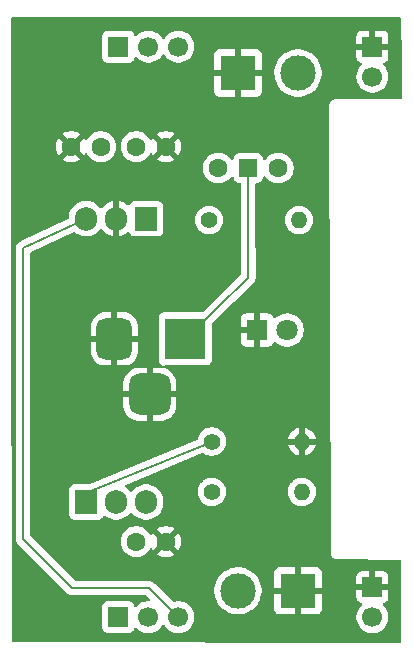
<source format=gbl>
%TF.GenerationSoftware,KiCad,Pcbnew,9.0.1-9.0.1-0~ubuntu24.04.1*%
%TF.CreationDate,2025-04-24T02:26:26+05:30*%
%TF.ProjectId,Bread-Board-Power-Supply,42726561-642d-4426-9f61-72642d506f77,rev?*%
%TF.SameCoordinates,Original*%
%TF.FileFunction,Copper,L2,Bot*%
%TF.FilePolarity,Positive*%
%FSLAX46Y46*%
G04 Gerber Fmt 4.6, Leading zero omitted, Abs format (unit mm)*
G04 Created by KiCad (PCBNEW 9.0.1-9.0.1-0~ubuntu24.04.1) date 2025-04-24 02:26:26*
%MOMM*%
%LPD*%
G01*
G04 APERTURE LIST*
G04 Aperture macros list*
%AMRoundRect*
0 Rectangle with rounded corners*
0 $1 Rounding radius*
0 $2 $3 $4 $5 $6 $7 $8 $9 X,Y pos of 4 corners*
0 Add a 4 corners polygon primitive as box body*
4,1,4,$2,$3,$4,$5,$6,$7,$8,$9,$2,$3,0*
0 Add four circle primitives for the rounded corners*
1,1,$1+$1,$2,$3*
1,1,$1+$1,$4,$5*
1,1,$1+$1,$6,$7*
1,1,$1+$1,$8,$9*
0 Add four rect primitives between the rounded corners*
20,1,$1+$1,$2,$3,$4,$5,0*
20,1,$1+$1,$4,$5,$6,$7,0*
20,1,$1+$1,$6,$7,$8,$9,0*
20,1,$1+$1,$8,$9,$2,$3,0*%
G04 Aperture macros list end*
%TA.AperFunction,ComponentPad*%
%ADD10C,1.700000*%
%TD*%
%TA.AperFunction,ComponentPad*%
%ADD11R,1.700000X1.700000*%
%TD*%
%TA.AperFunction,ComponentPad*%
%ADD12O,1.400000X1.400000*%
%TD*%
%TA.AperFunction,ComponentPad*%
%ADD13C,1.400000*%
%TD*%
%TA.AperFunction,ComponentPad*%
%ADD14C,3.000000*%
%TD*%
%TA.AperFunction,ComponentPad*%
%ADD15R,3.000000X3.000000*%
%TD*%
%TA.AperFunction,ComponentPad*%
%ADD16C,1.800000*%
%TD*%
%TA.AperFunction,ComponentPad*%
%ADD17R,1.800000X1.800000*%
%TD*%
%TA.AperFunction,ComponentPad*%
%ADD18C,1.600000*%
%TD*%
%TA.AperFunction,ComponentPad*%
%ADD19R,1.500000X1.500000*%
%TD*%
%TA.AperFunction,ComponentPad*%
%ADD20RoundRect,0.875000X-0.875000X-0.875000X0.875000X-0.875000X0.875000X0.875000X-0.875000X0.875000X0*%
%TD*%
%TA.AperFunction,ComponentPad*%
%ADD21RoundRect,0.750000X-0.750000X-1.000000X0.750000X-1.000000X0.750000X1.000000X-0.750000X1.000000X0*%
%TD*%
%TA.AperFunction,ComponentPad*%
%ADD22R,3.500000X3.500000*%
%TD*%
%TA.AperFunction,ComponentPad*%
%ADD23O,1.905000X2.000000*%
%TD*%
%TA.AperFunction,ComponentPad*%
%ADD24R,1.905000X2.000000*%
%TD*%
%TA.AperFunction,Conductor*%
%ADD25C,0.200000*%
%TD*%
G04 APERTURE END LIST*
D10*
%TO.P,J5,3,Pin_3*%
%TO.N,/5V*%
X67570000Y-71000000D03*
%TO.P,J5,2,Pin_2*%
%TO.N,/Power_OUT0*%
X65030000Y-71000000D03*
D11*
%TO.P,J5,1,Pin_1*%
%TO.N,/3.3V*%
X62490000Y-71000000D03*
%TD*%
D12*
%TO.P,R1,2*%
%TO.N,Net-(D1-A)*%
X77790000Y-85680000D03*
D13*
%TO.P,R1,1*%
%TO.N,/12V*%
X70170000Y-85680000D03*
%TD*%
D14*
%TO.P,J6,2,Pin_2*%
%TO.N,/Power_OUT1*%
X72620000Y-117070000D03*
D15*
%TO.P,J6,1,Pin_1*%
%TO.N,GND*%
X77700000Y-117070000D03*
%TD*%
%TO.P,J3,1,Pin_1*%
%TO.N,GND*%
X72620000Y-73230000D03*
D14*
%TO.P,J3,2,Pin_2*%
%TO.N,/Power_OUT0*%
X77700000Y-73230000D03*
%TD*%
D11*
%TO.P,J4,1,Pin_1*%
%TO.N,/3.3V*%
X62490000Y-119300000D03*
D10*
%TO.P,J4,2,Pin_2*%
%TO.N,/Power_OUT1*%
X65030000Y-119300000D03*
%TO.P,J4,3,Pin_3*%
%TO.N,/5V*%
X67570000Y-119300000D03*
%TD*%
D16*
%TO.P,D1,2,A*%
%TO.N,Net-(D1-A)*%
X76790000Y-94990000D03*
D17*
%TO.P,D1,1,K*%
%TO.N,GND*%
X74250000Y-94990000D03*
%TD*%
D18*
%TO.P,SW1,3,A*%
%TO.N,/12V*%
X76030000Y-81280000D03*
%TO.P,SW1,2,C*%
%TO.N,unconnected-(SW1-C-Pad2)*%
X70950000Y-81280000D03*
D19*
%TO.P,SW1,1,B*%
%TO.N,/Power_IN*%
X73490000Y-81280000D03*
%TD*%
D18*
%TO.P,C1,2*%
%TO.N,GND*%
X66500000Y-79455000D03*
%TO.P,C1,1*%
%TO.N,/12V*%
X64000000Y-79455000D03*
%TD*%
D12*
%TO.P,R3,2*%
%TO.N,GND*%
X78020000Y-104440000D03*
D13*
%TO.P,R3,1*%
%TO.N,Net-(U2-ADJ)*%
X70400000Y-104440000D03*
%TD*%
D20*
%TO.P,J7,3*%
%TO.N,GND*%
X65150000Y-100442500D03*
D21*
%TO.P,J7,2*%
X62150000Y-95742500D03*
D22*
%TO.P,J7,1*%
%TO.N,/Power_IN*%
X68150000Y-95742500D03*
%TD*%
D23*
%TO.P,U2,3,VI*%
%TO.N,/12V*%
X64840000Y-109550000D03*
%TO.P,U2,2,VO*%
%TO.N,/3.3V*%
X62300000Y-109550000D03*
D24*
%TO.P,U2,1,ADJ*%
%TO.N,Net-(U2-ADJ)*%
X59760000Y-109550000D03*
%TD*%
D23*
%TO.P,U1,3,VO*%
%TO.N,/5V*%
X59760000Y-85555000D03*
%TO.P,U1,2,GND*%
%TO.N,GND*%
X62300000Y-85555000D03*
D24*
%TO.P,U1,1,VI*%
%TO.N,/12V*%
X64840000Y-85555000D03*
%TD*%
D18*
%TO.P,C3,2*%
%TO.N,GND*%
X66500000Y-112900000D03*
%TO.P,C3,1*%
%TO.N,/3.3V*%
X64000000Y-112900000D03*
%TD*%
%TO.P,C2,2*%
%TO.N,GND*%
X58510000Y-79460000D03*
%TO.P,C2,1*%
%TO.N,/5V*%
X61010000Y-79460000D03*
%TD*%
D12*
%TO.P,R2,2*%
%TO.N,Net-(U2-ADJ)*%
X78020000Y-108690000D03*
D13*
%TO.P,R2,1*%
%TO.N,/3.3V*%
X70400000Y-108690000D03*
%TD*%
D11*
%TO.P,J2,1,Pin_1*%
%TO.N,GND*%
X84000000Y-116750000D03*
D10*
%TO.P,J2,2,Pin_2*%
%TO.N,/Power_OUT1*%
X84000000Y-119290000D03*
%TD*%
D11*
%TO.P,J1,1,Pin_1*%
%TO.N,GND*%
X84000000Y-71000000D03*
D10*
%TO.P,J1,2,Pin_2*%
%TO.N,/Power_OUT0*%
X84000000Y-73540000D03*
%TD*%
D25*
%TO.N,/5V*%
X67570000Y-119300000D02*
X65120000Y-116850000D01*
X65120000Y-116850000D02*
X58600000Y-116850000D01*
X58600000Y-116850000D02*
X54420000Y-112670000D01*
X54420000Y-112670000D02*
X54420000Y-88060000D01*
X54420000Y-88060000D02*
X59760000Y-85555000D01*
%TO.N,/Power_IN*%
X68150000Y-95742500D02*
X73500000Y-90590000D01*
X73500000Y-90590000D02*
X73490000Y-81280000D01*
%TO.N,Net-(U2-ADJ)*%
X59760000Y-109550000D02*
X59750000Y-108820000D01*
X59750000Y-108820000D02*
X70400000Y-104440000D01*
%TD*%
%TA.AperFunction,Conductor*%
%TO.N,GND*%
G36*
X86373397Y-68500730D02*
G01*
X86419203Y-68553490D01*
X86430453Y-68603947D01*
X86464098Y-72189500D01*
X86492632Y-75230500D01*
X86493607Y-75334337D01*
X86474552Y-75401558D01*
X86422180Y-75447806D01*
X86369612Y-75459500D01*
X80924954Y-75459500D01*
X80924045Y-75459260D01*
X80859101Y-75459500D01*
X80794077Y-75459500D01*
X80793583Y-75459567D01*
X80793094Y-75459632D01*
X80792301Y-75459736D01*
X80759643Y-75468615D01*
X80729949Y-75476689D01*
X80729626Y-75476776D01*
X80666808Y-75493608D01*
X80665864Y-75493999D01*
X80665746Y-75494049D01*
X80665124Y-75494306D01*
X80609247Y-75526841D01*
X80608857Y-75527068D01*
X80552680Y-75559503D01*
X80551815Y-75560167D01*
X80551235Y-75560611D01*
X80505598Y-75606585D01*
X80505278Y-75606906D01*
X80459497Y-75652687D01*
X80458899Y-75653465D01*
X80458862Y-75653515D01*
X80458387Y-75654133D01*
X80426122Y-75710490D01*
X80426123Y-75710491D01*
X80425907Y-75710867D01*
X80393608Y-75766814D01*
X80393365Y-75767719D01*
X80392898Y-75768536D01*
X80392895Y-75768547D01*
X80392894Y-75768549D01*
X80376348Y-75831222D01*
X80376347Y-75831221D01*
X80376159Y-75831931D01*
X80359500Y-75894108D01*
X80359500Y-75895043D01*
X80359259Y-75895956D01*
X80359488Y-75957675D01*
X80359500Y-75960994D01*
X80359500Y-76025892D01*
X80359740Y-76026792D01*
X80359773Y-76035635D01*
X80359774Y-76035636D01*
X80499493Y-113899100D01*
X80499492Y-113900184D01*
X80499172Y-113963360D01*
X80499514Y-113966062D01*
X80499707Y-113967593D01*
X80516328Y-114028723D01*
X80516484Y-114029297D01*
X80532635Y-114090820D01*
X80533739Y-114092755D01*
X80534324Y-114094905D01*
X80566089Y-114149459D01*
X80566631Y-114150399D01*
X80597947Y-114205280D01*
X80599457Y-114207269D01*
X80599536Y-114207372D01*
X80600533Y-114208686D01*
X80600637Y-114208789D01*
X80645482Y-114253304D01*
X80646053Y-114253876D01*
X80690660Y-114298938D01*
X80690662Y-114298939D01*
X80692710Y-114300526D01*
X80692755Y-114300561D01*
X80694049Y-114301564D01*
X80694165Y-114301630D01*
X80694166Y-114301631D01*
X80748999Y-114333019D01*
X80749750Y-114333454D01*
X80804453Y-114365407D01*
X80804455Y-114365407D01*
X80804456Y-114365408D01*
X80806769Y-114366380D01*
X80806928Y-114366446D01*
X80808399Y-114367064D01*
X80808533Y-114367099D01*
X80808536Y-114367101D01*
X80869646Y-114383233D01*
X80870566Y-114383481D01*
X80931573Y-114400160D01*
X80931577Y-114400160D01*
X80934137Y-114400510D01*
X80934227Y-114400522D01*
X80935815Y-114400739D01*
X80935953Y-114400738D01*
X80935955Y-114400739D01*
X80999230Y-114400505D01*
X80999905Y-114400505D01*
X86296130Y-114427343D01*
X86363067Y-114447367D01*
X86408554Y-114500402D01*
X86419500Y-114551341D01*
X86419500Y-121374246D01*
X86399815Y-121441285D01*
X86347011Y-121487040D01*
X86295117Y-121498245D01*
X53623652Y-121397234D01*
X53556673Y-121377343D01*
X53511082Y-121324397D01*
X53500035Y-121273471D01*
X53437527Y-88087808D01*
X53814957Y-88087808D01*
X53817566Y-88102406D01*
X53819500Y-88124220D01*
X53819500Y-112583330D01*
X53819499Y-112583348D01*
X53819499Y-112749054D01*
X53819498Y-112749054D01*
X53860423Y-112901785D01*
X53889358Y-112951900D01*
X53889359Y-112951904D01*
X53889360Y-112951904D01*
X53918465Y-113002317D01*
X53939479Y-113038714D01*
X53939481Y-113038717D01*
X54058349Y-113157585D01*
X54058354Y-113157589D01*
X58231284Y-117330520D01*
X58231286Y-117330521D01*
X58231290Y-117330524D01*
X58368209Y-117409573D01*
X58368216Y-117409577D01*
X58520943Y-117450501D01*
X58520945Y-117450501D01*
X58686654Y-117450501D01*
X58686670Y-117450500D01*
X64819903Y-117450500D01*
X64886942Y-117470185D01*
X64907584Y-117486819D01*
X65158584Y-117737819D01*
X65192069Y-117799142D01*
X65187085Y-117868834D01*
X65145213Y-117924767D01*
X65079749Y-117949184D01*
X65070903Y-117949500D01*
X64923713Y-117949500D01*
X64878273Y-117956697D01*
X64713760Y-117982753D01*
X64511585Y-118048444D01*
X64322179Y-118144951D01*
X64150215Y-118269889D01*
X64036673Y-118383431D01*
X63975350Y-118416915D01*
X63905658Y-118411931D01*
X63849725Y-118370059D01*
X63832810Y-118339082D01*
X63783797Y-118207671D01*
X63783793Y-118207664D01*
X63697547Y-118092455D01*
X63697544Y-118092452D01*
X63582335Y-118006206D01*
X63582328Y-118006202D01*
X63447482Y-117955908D01*
X63447483Y-117955908D01*
X63387883Y-117949501D01*
X63387881Y-117949500D01*
X63387873Y-117949500D01*
X63387864Y-117949500D01*
X61592129Y-117949500D01*
X61592123Y-117949501D01*
X61532516Y-117955908D01*
X61397671Y-118006202D01*
X61397664Y-118006206D01*
X61282455Y-118092452D01*
X61282452Y-118092455D01*
X61196206Y-118207664D01*
X61196202Y-118207671D01*
X61145908Y-118342517D01*
X61139501Y-118402116D01*
X61139500Y-118402135D01*
X61139500Y-120197870D01*
X61139501Y-120197876D01*
X61145908Y-120257483D01*
X61196202Y-120392328D01*
X61196206Y-120392335D01*
X61282452Y-120507544D01*
X61282455Y-120507547D01*
X61397664Y-120593793D01*
X61397671Y-120593797D01*
X61532517Y-120644091D01*
X61532516Y-120644091D01*
X61539444Y-120644835D01*
X61592127Y-120650500D01*
X63387872Y-120650499D01*
X63447483Y-120644091D01*
X63582331Y-120593796D01*
X63697546Y-120507546D01*
X63783796Y-120392331D01*
X63832810Y-120260916D01*
X63874681Y-120204984D01*
X63940145Y-120180566D01*
X64008418Y-120195417D01*
X64036673Y-120216569D01*
X64150213Y-120330109D01*
X64322179Y-120455048D01*
X64322181Y-120455049D01*
X64322184Y-120455051D01*
X64511588Y-120551557D01*
X64713757Y-120617246D01*
X64923713Y-120650500D01*
X64923714Y-120650500D01*
X65136286Y-120650500D01*
X65136287Y-120650500D01*
X65346243Y-120617246D01*
X65548412Y-120551557D01*
X65737816Y-120455051D01*
X65824138Y-120392335D01*
X65909786Y-120330109D01*
X65909788Y-120330106D01*
X65909792Y-120330104D01*
X66060104Y-120179792D01*
X66060106Y-120179788D01*
X66060109Y-120179786D01*
X66185048Y-120007820D01*
X66185047Y-120007820D01*
X66185051Y-120007816D01*
X66189514Y-119999054D01*
X66237488Y-119948259D01*
X66305308Y-119931463D01*
X66371444Y-119953999D01*
X66410486Y-119999056D01*
X66414951Y-120007820D01*
X66539890Y-120179786D01*
X66690213Y-120330109D01*
X66862179Y-120455048D01*
X66862181Y-120455049D01*
X66862184Y-120455051D01*
X67051588Y-120551557D01*
X67253757Y-120617246D01*
X67463713Y-120650500D01*
X67463714Y-120650500D01*
X67676286Y-120650500D01*
X67676287Y-120650500D01*
X67886243Y-120617246D01*
X68088412Y-120551557D01*
X68277816Y-120455051D01*
X68364138Y-120392335D01*
X68449786Y-120330109D01*
X68449788Y-120330106D01*
X68449792Y-120330104D01*
X68600104Y-120179792D01*
X68600106Y-120179788D01*
X68600109Y-120179786D01*
X68725048Y-120007820D01*
X68725047Y-120007820D01*
X68725051Y-120007816D01*
X68821557Y-119818412D01*
X68887246Y-119616243D01*
X68920500Y-119406287D01*
X68920500Y-119193713D01*
X68918916Y-119183713D01*
X82649500Y-119183713D01*
X82649500Y-119396287D01*
X82682754Y-119606243D01*
X82686003Y-119616243D01*
X82748444Y-119808414D01*
X82844951Y-119997820D01*
X82969890Y-120169786D01*
X83120213Y-120320109D01*
X83292179Y-120445048D01*
X83292181Y-120445049D01*
X83292184Y-120445051D01*
X83481588Y-120541557D01*
X83683757Y-120607246D01*
X83893713Y-120640500D01*
X83893714Y-120640500D01*
X84106286Y-120640500D01*
X84106287Y-120640500D01*
X84316243Y-120607246D01*
X84518412Y-120541557D01*
X84707816Y-120445051D01*
X84780374Y-120392335D01*
X84879786Y-120320109D01*
X84879788Y-120320106D01*
X84879792Y-120320104D01*
X85030104Y-120169792D01*
X85030106Y-120169788D01*
X85030109Y-120169786D01*
X85155048Y-119997820D01*
X85155047Y-119997820D01*
X85155051Y-119997816D01*
X85251557Y-119808412D01*
X85317246Y-119606243D01*
X85350500Y-119396287D01*
X85350500Y-119183713D01*
X85317246Y-118973757D01*
X85251557Y-118771588D01*
X85155051Y-118582184D01*
X85155049Y-118582181D01*
X85155048Y-118582179D01*
X85030109Y-118410213D01*
X84916181Y-118296285D01*
X84882696Y-118234962D01*
X84887680Y-118165270D01*
X84929552Y-118109337D01*
X84960529Y-118092422D01*
X85092086Y-118043354D01*
X85092093Y-118043350D01*
X85207187Y-117957190D01*
X85207190Y-117957187D01*
X85293350Y-117842093D01*
X85293354Y-117842086D01*
X85343596Y-117707379D01*
X85343598Y-117707372D01*
X85349999Y-117647844D01*
X85350000Y-117647827D01*
X85350000Y-117000000D01*
X84433012Y-117000000D01*
X84465925Y-116942993D01*
X84500000Y-116815826D01*
X84500000Y-116684174D01*
X84465925Y-116557007D01*
X84433012Y-116500000D01*
X85350000Y-116500000D01*
X85350000Y-115852172D01*
X85349999Y-115852155D01*
X85343598Y-115792627D01*
X85343596Y-115792620D01*
X85293354Y-115657913D01*
X85293350Y-115657906D01*
X85207190Y-115542812D01*
X85207187Y-115542809D01*
X85092093Y-115456649D01*
X85092086Y-115456645D01*
X84957379Y-115406403D01*
X84957372Y-115406401D01*
X84897844Y-115400000D01*
X84250000Y-115400000D01*
X84250000Y-116316988D01*
X84192993Y-116284075D01*
X84065826Y-116250000D01*
X83934174Y-116250000D01*
X83807007Y-116284075D01*
X83750000Y-116316988D01*
X83750000Y-115400000D01*
X83102155Y-115400000D01*
X83042627Y-115406401D01*
X83042620Y-115406403D01*
X82907913Y-115456645D01*
X82907906Y-115456649D01*
X82792812Y-115542809D01*
X82792809Y-115542812D01*
X82706649Y-115657906D01*
X82706645Y-115657913D01*
X82656403Y-115792620D01*
X82656401Y-115792627D01*
X82650000Y-115852155D01*
X82650000Y-116500000D01*
X83566988Y-116500000D01*
X83534075Y-116557007D01*
X83500000Y-116684174D01*
X83500000Y-116815826D01*
X83534075Y-116942993D01*
X83566988Y-117000000D01*
X82650000Y-117000000D01*
X82650000Y-117647844D01*
X82656401Y-117707372D01*
X82656403Y-117707379D01*
X82706645Y-117842086D01*
X82706649Y-117842093D01*
X82792809Y-117957187D01*
X82792812Y-117957190D01*
X82907906Y-118043350D01*
X82907913Y-118043354D01*
X83039470Y-118092422D01*
X83095404Y-118134293D01*
X83119821Y-118199758D01*
X83104969Y-118268031D01*
X83083819Y-118296285D01*
X82969889Y-118410215D01*
X82844951Y-118582179D01*
X82748444Y-118771585D01*
X82682753Y-118973760D01*
X82667510Y-119070000D01*
X82649500Y-119183713D01*
X68918916Y-119183713D01*
X68887246Y-118983757D01*
X68821557Y-118781588D01*
X68725051Y-118592184D01*
X68725049Y-118592181D01*
X68725048Y-118592179D01*
X68600109Y-118420213D01*
X68449786Y-118269890D01*
X68277820Y-118144951D01*
X68088414Y-118048444D01*
X68088413Y-118048443D01*
X68088412Y-118048443D01*
X67886243Y-117982754D01*
X67886241Y-117982753D01*
X67886240Y-117982753D01*
X67721727Y-117956697D01*
X67676287Y-117949500D01*
X67463713Y-117949500D01*
X67435006Y-117954046D01*
X67253757Y-117982753D01*
X67211473Y-117996492D01*
X67141632Y-117998486D01*
X67085476Y-117966241D01*
X66058107Y-116938872D01*
X70619500Y-116938872D01*
X70619500Y-117201127D01*
X70646123Y-117403339D01*
X70653730Y-117461116D01*
X70707109Y-117660330D01*
X70721602Y-117714418D01*
X70721605Y-117714428D01*
X70821953Y-117956690D01*
X70821958Y-117956700D01*
X70953075Y-118183803D01*
X71112718Y-118391851D01*
X71112726Y-118391860D01*
X71298140Y-118577274D01*
X71298148Y-118577281D01*
X71298149Y-118577282D01*
X71317563Y-118592179D01*
X71506196Y-118736924D01*
X71733299Y-118868041D01*
X71733309Y-118868046D01*
X71876096Y-118927190D01*
X71975581Y-118968398D01*
X72228884Y-119036270D01*
X72477188Y-119068960D01*
X72485074Y-119069999D01*
X72488880Y-119070500D01*
X72488887Y-119070500D01*
X72751113Y-119070500D01*
X72751120Y-119070500D01*
X73011116Y-119036270D01*
X73264419Y-118968398D01*
X73506697Y-118868043D01*
X73733803Y-118736924D01*
X73941851Y-118577282D01*
X73941855Y-118577277D01*
X73941860Y-118577274D01*
X74127274Y-118391860D01*
X74127277Y-118391855D01*
X74127282Y-118391851D01*
X74286924Y-118183803D01*
X74418043Y-117956697D01*
X74418370Y-117955909D01*
X74465514Y-117842093D01*
X74518398Y-117714419D01*
X74586270Y-117461116D01*
X74620500Y-117201120D01*
X74620500Y-116938880D01*
X74586270Y-116678884D01*
X74518398Y-116425581D01*
X74495160Y-116369479D01*
X74418046Y-116183309D01*
X74418041Y-116183299D01*
X74286924Y-115956196D01*
X74127281Y-115748148D01*
X74127274Y-115748140D01*
X73941860Y-115562726D01*
X73941851Y-115562718D01*
X73888989Y-115522155D01*
X75700000Y-115522155D01*
X75700000Y-116820000D01*
X76980936Y-116820000D01*
X76969207Y-116848316D01*
X76940000Y-116995147D01*
X76940000Y-117144853D01*
X76969207Y-117291684D01*
X76980936Y-117320000D01*
X75700000Y-117320000D01*
X75700000Y-118617844D01*
X75706401Y-118677372D01*
X75706403Y-118677379D01*
X75756645Y-118812086D01*
X75756649Y-118812093D01*
X75842809Y-118927187D01*
X75842812Y-118927190D01*
X75957906Y-119013350D01*
X75957913Y-119013354D01*
X76092620Y-119063596D01*
X76092627Y-119063598D01*
X76152155Y-119069999D01*
X76152172Y-119070000D01*
X77450000Y-119070000D01*
X77450000Y-117789064D01*
X77478316Y-117800793D01*
X77625147Y-117830000D01*
X77774853Y-117830000D01*
X77921684Y-117800793D01*
X77950000Y-117789064D01*
X77950000Y-119070000D01*
X79247828Y-119070000D01*
X79247844Y-119069999D01*
X79307372Y-119063598D01*
X79307376Y-119063597D01*
X79309893Y-119062659D01*
X79309894Y-119062658D01*
X79442086Y-119013354D01*
X79442093Y-119013350D01*
X79557187Y-118927190D01*
X79557190Y-118927187D01*
X79643350Y-118812093D01*
X79643354Y-118812086D01*
X79693596Y-118677379D01*
X79693598Y-118677372D01*
X79699999Y-118617844D01*
X79700000Y-118617827D01*
X79700000Y-117320000D01*
X78419064Y-117320000D01*
X78430793Y-117291684D01*
X78460000Y-117144853D01*
X78460000Y-116995147D01*
X78430793Y-116848316D01*
X78419064Y-116820000D01*
X79700000Y-116820000D01*
X79700000Y-115522172D01*
X79699999Y-115522155D01*
X79693598Y-115462627D01*
X79693596Y-115462620D01*
X79643354Y-115327913D01*
X79643350Y-115327906D01*
X79557190Y-115212812D01*
X79557187Y-115212809D01*
X79442093Y-115126649D01*
X79442086Y-115126645D01*
X79307379Y-115076403D01*
X79307372Y-115076401D01*
X79247844Y-115070000D01*
X77950000Y-115070000D01*
X77950000Y-116350935D01*
X77921684Y-116339207D01*
X77774853Y-116310000D01*
X77625147Y-116310000D01*
X77478316Y-116339207D01*
X77450000Y-116350935D01*
X77450000Y-115070000D01*
X76152155Y-115070000D01*
X76092627Y-115076401D01*
X76092620Y-115076403D01*
X75957913Y-115126645D01*
X75957906Y-115126649D01*
X75842812Y-115212809D01*
X75842809Y-115212812D01*
X75756649Y-115327906D01*
X75756645Y-115327913D01*
X75706403Y-115462620D01*
X75706401Y-115462627D01*
X75700000Y-115522155D01*
X73888989Y-115522155D01*
X73733803Y-115403075D01*
X73506700Y-115271958D01*
X73506690Y-115271953D01*
X73264428Y-115171605D01*
X73264421Y-115171603D01*
X73264419Y-115171602D01*
X73011116Y-115103730D01*
X72953339Y-115096123D01*
X72751127Y-115069500D01*
X72751120Y-115069500D01*
X72488880Y-115069500D01*
X72488872Y-115069500D01*
X72257772Y-115099926D01*
X72228884Y-115103730D01*
X72143364Y-115126645D01*
X71975581Y-115171602D01*
X71975571Y-115171605D01*
X71733309Y-115271953D01*
X71733299Y-115271958D01*
X71506196Y-115403075D01*
X71298148Y-115562718D01*
X71112718Y-115748148D01*
X70953075Y-115956196D01*
X70821958Y-116183299D01*
X70821953Y-116183309D01*
X70721605Y-116425571D01*
X70721602Y-116425581D01*
X70706677Y-116481284D01*
X70653730Y-116678885D01*
X70619500Y-116938872D01*
X66058107Y-116938872D01*
X65607590Y-116488355D01*
X65607588Y-116488352D01*
X65488717Y-116369481D01*
X65488716Y-116369480D01*
X65401904Y-116319360D01*
X65401904Y-116319359D01*
X65401900Y-116319358D01*
X65351785Y-116290423D01*
X65199057Y-116249499D01*
X65040943Y-116249499D01*
X65033347Y-116249499D01*
X65033331Y-116249500D01*
X58900098Y-116249500D01*
X58833059Y-116229815D01*
X58812417Y-116213181D01*
X55396884Y-112797648D01*
X62699500Y-112797648D01*
X62699500Y-113002351D01*
X62731522Y-113204534D01*
X62794781Y-113399223D01*
X62837248Y-113482567D01*
X62887585Y-113581359D01*
X62887715Y-113581613D01*
X63008028Y-113747213D01*
X63152786Y-113891971D01*
X63273226Y-113979474D01*
X63318390Y-114012287D01*
X63434607Y-114071503D01*
X63500776Y-114105218D01*
X63500778Y-114105218D01*
X63500781Y-114105220D01*
X63605137Y-114139127D01*
X63695465Y-114168477D01*
X63796557Y-114184488D01*
X63897648Y-114200500D01*
X63897649Y-114200500D01*
X64102351Y-114200500D01*
X64102352Y-114200500D01*
X64304534Y-114168477D01*
X64499219Y-114105220D01*
X64681610Y-114012287D01*
X64774590Y-113944732D01*
X64847213Y-113891971D01*
X64847215Y-113891968D01*
X64847219Y-113891966D01*
X64991966Y-113747219D01*
X64991968Y-113747215D01*
X64991971Y-113747213D01*
X65112286Y-113581611D01*
X65112415Y-113581359D01*
X65139795Y-113527621D01*
X65187769Y-113476826D01*
X65255589Y-113460030D01*
X65321725Y-113482567D01*
X65360765Y-113527621D01*
X65388141Y-113581350D01*
X65388147Y-113581359D01*
X65420523Y-113625921D01*
X65420524Y-113625922D01*
X66100000Y-112946446D01*
X66100000Y-112952661D01*
X66127259Y-113054394D01*
X66179920Y-113145606D01*
X66254394Y-113220080D01*
X66345606Y-113272741D01*
X66447339Y-113300000D01*
X66453553Y-113300000D01*
X65774076Y-113979474D01*
X65818650Y-114011859D01*
X66000968Y-114104755D01*
X66195582Y-114167990D01*
X66397683Y-114200000D01*
X66602317Y-114200000D01*
X66804417Y-114167990D01*
X66999031Y-114104755D01*
X67181349Y-114011859D01*
X67225921Y-113979474D01*
X66546447Y-113300000D01*
X66552661Y-113300000D01*
X66654394Y-113272741D01*
X66745606Y-113220080D01*
X66820080Y-113145606D01*
X66872741Y-113054394D01*
X66900000Y-112952661D01*
X66900000Y-112946447D01*
X67579474Y-113625921D01*
X67611859Y-113581349D01*
X67704755Y-113399031D01*
X67767990Y-113204417D01*
X67800000Y-113002317D01*
X67800000Y-112797682D01*
X67767990Y-112595582D01*
X67704755Y-112400968D01*
X67611859Y-112218650D01*
X67579474Y-112174077D01*
X67579474Y-112174076D01*
X66900000Y-112853551D01*
X66900000Y-112847339D01*
X66872741Y-112745606D01*
X66820080Y-112654394D01*
X66745606Y-112579920D01*
X66654394Y-112527259D01*
X66552661Y-112500000D01*
X66546446Y-112500000D01*
X67225922Y-111820524D01*
X67225921Y-111820523D01*
X67181359Y-111788147D01*
X67181350Y-111788141D01*
X66999031Y-111695244D01*
X66804417Y-111632009D01*
X66602317Y-111600000D01*
X66397683Y-111600000D01*
X66195582Y-111632009D01*
X66000968Y-111695244D01*
X65818644Y-111788143D01*
X65774077Y-111820523D01*
X65774077Y-111820524D01*
X66453554Y-112500000D01*
X66447339Y-112500000D01*
X66345606Y-112527259D01*
X66254394Y-112579920D01*
X66179920Y-112654394D01*
X66127259Y-112745606D01*
X66100000Y-112847339D01*
X66100000Y-112853553D01*
X65420524Y-112174077D01*
X65420523Y-112174077D01*
X65388143Y-112218644D01*
X65360765Y-112272378D01*
X65312790Y-112323174D01*
X65244969Y-112339969D01*
X65178834Y-112317431D01*
X65139795Y-112272378D01*
X65112284Y-112218385D01*
X64991971Y-112052786D01*
X64847213Y-111908028D01*
X64681613Y-111787715D01*
X64681612Y-111787714D01*
X64681610Y-111787713D01*
X64624653Y-111758691D01*
X64499223Y-111694781D01*
X64304534Y-111631522D01*
X64129995Y-111603878D01*
X64102352Y-111599500D01*
X63897648Y-111599500D01*
X63873329Y-111603351D01*
X63695465Y-111631522D01*
X63500776Y-111694781D01*
X63318386Y-111787715D01*
X63152786Y-111908028D01*
X63008028Y-112052786D01*
X62887715Y-112218386D01*
X62794781Y-112400776D01*
X62731522Y-112595465D01*
X62699500Y-112797648D01*
X55396884Y-112797648D01*
X55056819Y-112457583D01*
X55023334Y-112396260D01*
X55020500Y-112369902D01*
X55020500Y-108502135D01*
X58307000Y-108502135D01*
X58307000Y-110597870D01*
X58307001Y-110597876D01*
X58313408Y-110657483D01*
X58363702Y-110792328D01*
X58363706Y-110792335D01*
X58449952Y-110907544D01*
X58449955Y-110907547D01*
X58565164Y-110993793D01*
X58565171Y-110993797D01*
X58700017Y-111044091D01*
X58700016Y-111044091D01*
X58706944Y-111044835D01*
X58759627Y-111050500D01*
X60760372Y-111050499D01*
X60819983Y-111044091D01*
X60954831Y-110993796D01*
X61070046Y-110907546D01*
X61156296Y-110792331D01*
X61166690Y-110764460D01*
X61208560Y-110708527D01*
X61274023Y-110684108D01*
X61342297Y-110698958D01*
X61355746Y-110707465D01*
X61538462Y-110840217D01*
X61670599Y-110907544D01*
X61742244Y-110944049D01*
X61959751Y-111014721D01*
X61959752Y-111014721D01*
X61959755Y-111014722D01*
X62185646Y-111050500D01*
X62185647Y-111050500D01*
X62414353Y-111050500D01*
X62414354Y-111050500D01*
X62640245Y-111014722D01*
X62640248Y-111014721D01*
X62640249Y-111014721D01*
X62857755Y-110944049D01*
X62857755Y-110944048D01*
X62857758Y-110944048D01*
X63061538Y-110840217D01*
X63246566Y-110705786D01*
X63408286Y-110544066D01*
X63469683Y-110459559D01*
X63525012Y-110416896D01*
X63594625Y-110410917D01*
X63656420Y-110443523D01*
X63670314Y-110459556D01*
X63731714Y-110544066D01*
X63893434Y-110705786D01*
X64078462Y-110840217D01*
X64210599Y-110907544D01*
X64282244Y-110944049D01*
X64499751Y-111014721D01*
X64499752Y-111014721D01*
X64499755Y-111014722D01*
X64725646Y-111050500D01*
X64725647Y-111050500D01*
X64954353Y-111050500D01*
X64954354Y-111050500D01*
X65180245Y-111014722D01*
X65180248Y-111014721D01*
X65180249Y-111014721D01*
X65397755Y-110944049D01*
X65397755Y-110944048D01*
X65397758Y-110944048D01*
X65601538Y-110840217D01*
X65786566Y-110705786D01*
X65948286Y-110544066D01*
X66082717Y-110359038D01*
X66186548Y-110155258D01*
X66257222Y-109937745D01*
X66293000Y-109711854D01*
X66293000Y-109388146D01*
X66257222Y-109162255D01*
X66257221Y-109162251D01*
X66257221Y-109162250D01*
X66186549Y-108944744D01*
X66186548Y-108944742D01*
X66082717Y-108740962D01*
X65977042Y-108595513D01*
X69199500Y-108595513D01*
X69199500Y-108784486D01*
X69229059Y-108971118D01*
X69287454Y-109150836D01*
X69373240Y-109319199D01*
X69484310Y-109472073D01*
X69617927Y-109605690D01*
X69770801Y-109716760D01*
X69850347Y-109757290D01*
X69939163Y-109802545D01*
X69939165Y-109802545D01*
X69939168Y-109802547D01*
X70035497Y-109833846D01*
X70118881Y-109860940D01*
X70305514Y-109890500D01*
X70305519Y-109890500D01*
X70494486Y-109890500D01*
X70681118Y-109860940D01*
X70860832Y-109802547D01*
X71029199Y-109716760D01*
X71182073Y-109605690D01*
X71315690Y-109472073D01*
X71426760Y-109319199D01*
X71512547Y-109150832D01*
X71570940Y-108971118D01*
X71575117Y-108944744D01*
X71600500Y-108784486D01*
X71600500Y-108595513D01*
X76819500Y-108595513D01*
X76819500Y-108784486D01*
X76849059Y-108971118D01*
X76907454Y-109150836D01*
X76993240Y-109319199D01*
X77104310Y-109472073D01*
X77237927Y-109605690D01*
X77390801Y-109716760D01*
X77470347Y-109757290D01*
X77559163Y-109802545D01*
X77559165Y-109802545D01*
X77559168Y-109802547D01*
X77655497Y-109833846D01*
X77738881Y-109860940D01*
X77925514Y-109890500D01*
X77925519Y-109890500D01*
X78114486Y-109890500D01*
X78301118Y-109860940D01*
X78480832Y-109802547D01*
X78649199Y-109716760D01*
X78802073Y-109605690D01*
X78935690Y-109472073D01*
X79046760Y-109319199D01*
X79132547Y-109150832D01*
X79190940Y-108971118D01*
X79195117Y-108944744D01*
X79220500Y-108784486D01*
X79220500Y-108595513D01*
X79190940Y-108408881D01*
X79132545Y-108229163D01*
X79069893Y-108106202D01*
X79046760Y-108060801D01*
X78935690Y-107907927D01*
X78802073Y-107774310D01*
X78649199Y-107663240D01*
X78480836Y-107577454D01*
X78301118Y-107519059D01*
X78114486Y-107489500D01*
X78114481Y-107489500D01*
X77925519Y-107489500D01*
X77925514Y-107489500D01*
X77738881Y-107519059D01*
X77559163Y-107577454D01*
X77390800Y-107663240D01*
X77303579Y-107726610D01*
X77237927Y-107774310D01*
X77237925Y-107774312D01*
X77237924Y-107774312D01*
X77104312Y-107907924D01*
X77104312Y-107907925D01*
X77104310Y-107907927D01*
X77056610Y-107973579D01*
X76993240Y-108060800D01*
X76907454Y-108229163D01*
X76849059Y-108408881D01*
X76819500Y-108595513D01*
X71600500Y-108595513D01*
X71570940Y-108408881D01*
X71512545Y-108229163D01*
X71449893Y-108106202D01*
X71426760Y-108060801D01*
X71315690Y-107907927D01*
X71182073Y-107774310D01*
X71029199Y-107663240D01*
X70860836Y-107577454D01*
X70681118Y-107519059D01*
X70494486Y-107489500D01*
X70494481Y-107489500D01*
X70305519Y-107489500D01*
X70305514Y-107489500D01*
X70118881Y-107519059D01*
X69939163Y-107577454D01*
X69770800Y-107663240D01*
X69683579Y-107726610D01*
X69617927Y-107774310D01*
X69617925Y-107774312D01*
X69617924Y-107774312D01*
X69484312Y-107907924D01*
X69484312Y-107907925D01*
X69484310Y-107907927D01*
X69436610Y-107973579D01*
X69373240Y-108060800D01*
X69287454Y-108229163D01*
X69229059Y-108408881D01*
X69199500Y-108595513D01*
X65977042Y-108595513D01*
X65948286Y-108555934D01*
X65786566Y-108394214D01*
X65601538Y-108259783D01*
X65541443Y-108229163D01*
X65397755Y-108155950D01*
X65180248Y-108085278D01*
X64994812Y-108055908D01*
X64954354Y-108049500D01*
X64725646Y-108049500D01*
X64685188Y-108055908D01*
X64499753Y-108085278D01*
X64499750Y-108085278D01*
X64282244Y-108155950D01*
X64078461Y-108259783D01*
X64012550Y-108307671D01*
X63893434Y-108394214D01*
X63893432Y-108394216D01*
X63893431Y-108394216D01*
X63731715Y-108555932D01*
X63670318Y-108640438D01*
X63614987Y-108683103D01*
X63545374Y-108689082D01*
X63483579Y-108656476D01*
X63469682Y-108640438D01*
X63437042Y-108595513D01*
X63408286Y-108555934D01*
X63246566Y-108394214D01*
X63107246Y-108292992D01*
X63064582Y-108237663D01*
X63058603Y-108168049D01*
X63091209Y-108106255D01*
X63132967Y-108077995D01*
X69602453Y-105417305D01*
X69671940Y-105410012D01*
X69722502Y-105431669D01*
X69770796Y-105466757D01*
X69770798Y-105466758D01*
X69770801Y-105466760D01*
X69846962Y-105505565D01*
X69939163Y-105552545D01*
X69939165Y-105552545D01*
X69939168Y-105552547D01*
X70035497Y-105583846D01*
X70118881Y-105610940D01*
X70305514Y-105640500D01*
X70305519Y-105640500D01*
X70494486Y-105640500D01*
X70681118Y-105610940D01*
X70682623Y-105610451D01*
X70860832Y-105552547D01*
X71029199Y-105466760D01*
X71182073Y-105355690D01*
X71315690Y-105222073D01*
X71426760Y-105069199D01*
X71512547Y-104900832D01*
X71570940Y-104721118D01*
X71575868Y-104690000D01*
X76844638Y-104690000D01*
X76849548Y-104721002D01*
X76907914Y-104900637D01*
X76993670Y-105068940D01*
X77104685Y-105221741D01*
X77104689Y-105221746D01*
X77238253Y-105355310D01*
X77238258Y-105355314D01*
X77391059Y-105466329D01*
X77559362Y-105552085D01*
X77738997Y-105610451D01*
X77770000Y-105615362D01*
X77770000Y-105615361D01*
X78270000Y-105615361D01*
X78301002Y-105610451D01*
X78480637Y-105552085D01*
X78648940Y-105466329D01*
X78801741Y-105355314D01*
X78801746Y-105355310D01*
X78935310Y-105221746D01*
X78935314Y-105221741D01*
X79046329Y-105068940D01*
X79132085Y-104900637D01*
X79190451Y-104721002D01*
X79195362Y-104690000D01*
X78270000Y-104690000D01*
X78270000Y-105615361D01*
X77770000Y-105615361D01*
X77770000Y-104690000D01*
X76844638Y-104690000D01*
X71575868Y-104690000D01*
X71587363Y-104617423D01*
X71600500Y-104534485D01*
X71600500Y-104393922D01*
X77670000Y-104393922D01*
X77670000Y-104486078D01*
X77693852Y-104575095D01*
X77739930Y-104654905D01*
X77805095Y-104720070D01*
X77884905Y-104766148D01*
X77973922Y-104790000D01*
X78066078Y-104790000D01*
X78155095Y-104766148D01*
X78234905Y-104720070D01*
X78300070Y-104654905D01*
X78346148Y-104575095D01*
X78370000Y-104486078D01*
X78370000Y-104393922D01*
X78346148Y-104304905D01*
X78300070Y-104225095D01*
X78264975Y-104190000D01*
X78270000Y-104190000D01*
X79195362Y-104190000D01*
X79190451Y-104158997D01*
X79132085Y-103979362D01*
X79046329Y-103811059D01*
X78935314Y-103658258D01*
X78935310Y-103658253D01*
X78801746Y-103524689D01*
X78801741Y-103524685D01*
X78648940Y-103413670D01*
X78480635Y-103327913D01*
X78301004Y-103269549D01*
X78300995Y-103269547D01*
X78270000Y-103264637D01*
X78270000Y-104190000D01*
X78264975Y-104190000D01*
X78234905Y-104159930D01*
X78155095Y-104113852D01*
X78066078Y-104090000D01*
X77973922Y-104090000D01*
X77884905Y-104113852D01*
X77805095Y-104159930D01*
X77739930Y-104225095D01*
X77693852Y-104304905D01*
X77670000Y-104393922D01*
X71600500Y-104393922D01*
X71600500Y-104345514D01*
X71584811Y-104246462D01*
X71584811Y-104246460D01*
X71575869Y-104190000D01*
X76844638Y-104190000D01*
X77770000Y-104190000D01*
X77770000Y-103264637D01*
X77769999Y-103264637D01*
X77739004Y-103269547D01*
X77738995Y-103269549D01*
X77559364Y-103327913D01*
X77391059Y-103413670D01*
X77238258Y-103524685D01*
X77238253Y-103524689D01*
X77104689Y-103658253D01*
X77104685Y-103658258D01*
X76993670Y-103811059D01*
X76907914Y-103979362D01*
X76849548Y-104158997D01*
X76844638Y-104190000D01*
X71575869Y-104190000D01*
X71570940Y-104158882D01*
X71570940Y-104158881D01*
X71512545Y-103979163D01*
X71426759Y-103810800D01*
X71315690Y-103657927D01*
X71182073Y-103524310D01*
X71029199Y-103413240D01*
X70860836Y-103327454D01*
X70681118Y-103269059D01*
X70494486Y-103239500D01*
X70494481Y-103239500D01*
X70305519Y-103239500D01*
X70305514Y-103239500D01*
X70118881Y-103269059D01*
X69939163Y-103327454D01*
X69770800Y-103413240D01*
X69683579Y-103476610D01*
X69617927Y-103524310D01*
X69617925Y-103524312D01*
X69617924Y-103524312D01*
X69484312Y-103657924D01*
X69484312Y-103657925D01*
X69484310Y-103657927D01*
X69484070Y-103658258D01*
X69373240Y-103810800D01*
X69287454Y-103979165D01*
X69229059Y-104158884D01*
X69220745Y-104211378D01*
X69190815Y-104274512D01*
X69145436Y-104306659D01*
X60067356Y-108040180D01*
X60020192Y-108049500D01*
X58759629Y-108049500D01*
X58759623Y-108049501D01*
X58700016Y-108055908D01*
X58565171Y-108106202D01*
X58565164Y-108106206D01*
X58449955Y-108192452D01*
X58449952Y-108192455D01*
X58363706Y-108307664D01*
X58363702Y-108307671D01*
X58313408Y-108442517D01*
X58307001Y-108502116D01*
X58307000Y-108502135D01*
X55020500Y-108502135D01*
X55020500Y-99473921D01*
X62900000Y-99473921D01*
X62900000Y-100192500D01*
X63716988Y-100192500D01*
X63684075Y-100249507D01*
X63650000Y-100376674D01*
X63650000Y-100508326D01*
X63684075Y-100635493D01*
X63716988Y-100692500D01*
X62900001Y-100692500D01*
X62900001Y-101411088D01*
X62902794Y-101463691D01*
X62947237Y-101693487D01*
X63029879Y-101912475D01*
X63148339Y-102114341D01*
X63148344Y-102114348D01*
X63299211Y-102293286D01*
X63299213Y-102293288D01*
X63478151Y-102444155D01*
X63478158Y-102444160D01*
X63680024Y-102562620D01*
X63899012Y-102645262D01*
X64128809Y-102689705D01*
X64181382Y-102692498D01*
X64181421Y-102692499D01*
X64899999Y-102692499D01*
X64900000Y-102692498D01*
X64900000Y-100942500D01*
X65400000Y-100942500D01*
X65400000Y-102692499D01*
X66118576Y-102692499D01*
X66118588Y-102692498D01*
X66171191Y-102689705D01*
X66400987Y-102645262D01*
X66619975Y-102562620D01*
X66821841Y-102444160D01*
X66821848Y-102444155D01*
X67000786Y-102293288D01*
X67000788Y-102293286D01*
X67151655Y-102114348D01*
X67151660Y-102114341D01*
X67270120Y-101912475D01*
X67352762Y-101693487D01*
X67397205Y-101463691D01*
X67397205Y-101463690D01*
X67399998Y-101411117D01*
X67400000Y-101411078D01*
X67400000Y-100692500D01*
X66583012Y-100692500D01*
X66615925Y-100635493D01*
X66650000Y-100508326D01*
X66650000Y-100376674D01*
X66615925Y-100249507D01*
X66583012Y-100192500D01*
X67399999Y-100192500D01*
X67399999Y-99473923D01*
X67399998Y-99473911D01*
X67397205Y-99421308D01*
X67352762Y-99191512D01*
X67270120Y-98972524D01*
X67151660Y-98770658D01*
X67151655Y-98770651D01*
X67000788Y-98591713D01*
X67000786Y-98591711D01*
X66821848Y-98440844D01*
X66821841Y-98440839D01*
X66619975Y-98322379D01*
X66400984Y-98239736D01*
X66395840Y-98238741D01*
X66333760Y-98206680D01*
X66298869Y-98146146D01*
X66302244Y-98076358D01*
X66342814Y-98019473D01*
X66407697Y-97993552D01*
X66419374Y-97992999D01*
X69947872Y-97992999D01*
X70007483Y-97986591D01*
X70142331Y-97936296D01*
X70257546Y-97850046D01*
X70343796Y-97734831D01*
X70394091Y-97599983D01*
X70400500Y-97540373D01*
X70400499Y-94461519D01*
X70420184Y-94394481D01*
X70438482Y-94372206D01*
X70781184Y-94042155D01*
X72850000Y-94042155D01*
X72850000Y-94740000D01*
X73874722Y-94740000D01*
X73830667Y-94816306D01*
X73800000Y-94930756D01*
X73800000Y-95049244D01*
X73830667Y-95163694D01*
X73874722Y-95240000D01*
X72850000Y-95240000D01*
X72850000Y-95937844D01*
X72856401Y-95997372D01*
X72856403Y-95997379D01*
X72906645Y-96132086D01*
X72906649Y-96132093D01*
X72992809Y-96247187D01*
X72992812Y-96247190D01*
X73107906Y-96333350D01*
X73107913Y-96333354D01*
X73242620Y-96383596D01*
X73242627Y-96383598D01*
X73302155Y-96389999D01*
X73302172Y-96390000D01*
X74000000Y-96390000D01*
X74000000Y-95365277D01*
X74076306Y-95409333D01*
X74190756Y-95440000D01*
X74309244Y-95440000D01*
X74423694Y-95409333D01*
X74500000Y-95365277D01*
X74500000Y-96390000D01*
X75197828Y-96390000D01*
X75197844Y-96389999D01*
X75257372Y-96383598D01*
X75257379Y-96383596D01*
X75392086Y-96333354D01*
X75392093Y-96333350D01*
X75507187Y-96247190D01*
X75507190Y-96247187D01*
X75593350Y-96132093D01*
X75593354Y-96132086D01*
X75623213Y-96052031D01*
X75665084Y-95996097D01*
X75730548Y-95971680D01*
X75798821Y-95986531D01*
X75827076Y-96007683D01*
X75877636Y-96058243D01*
X75877641Y-96058247D01*
X76033192Y-96171260D01*
X76055978Y-96187815D01*
X76172501Y-96247187D01*
X76252393Y-96287895D01*
X76252396Y-96287896D01*
X76357221Y-96321955D01*
X76462049Y-96356015D01*
X76679778Y-96390500D01*
X76679779Y-96390500D01*
X76900221Y-96390500D01*
X76900222Y-96390500D01*
X77117951Y-96356015D01*
X77327606Y-96287895D01*
X77524022Y-96187815D01*
X77702365Y-96058242D01*
X77858242Y-95902365D01*
X77987815Y-95724022D01*
X78087895Y-95527606D01*
X78156015Y-95317951D01*
X78190500Y-95100222D01*
X78190500Y-94879778D01*
X78156015Y-94662049D01*
X78118363Y-94546167D01*
X78087896Y-94452396D01*
X78087895Y-94452393D01*
X78024502Y-94327980D01*
X77987815Y-94255978D01*
X77971260Y-94233192D01*
X77858247Y-94077641D01*
X77858243Y-94077636D01*
X77702363Y-93921756D01*
X77702358Y-93921752D01*
X77524025Y-93792187D01*
X77524024Y-93792186D01*
X77524022Y-93792185D01*
X77441552Y-93750164D01*
X77327606Y-93692104D01*
X77327603Y-93692103D01*
X77117952Y-93623985D01*
X77009086Y-93606742D01*
X76900222Y-93589500D01*
X76679778Y-93589500D01*
X76607201Y-93600995D01*
X76462047Y-93623985D01*
X76252396Y-93692103D01*
X76252393Y-93692104D01*
X76055974Y-93792187D01*
X75877641Y-93921752D01*
X75877636Y-93921756D01*
X75827075Y-93972317D01*
X75765752Y-94005801D01*
X75696060Y-94000816D01*
X75640127Y-93958945D01*
X75623213Y-93927968D01*
X75593354Y-93847913D01*
X75593350Y-93847906D01*
X75507190Y-93732812D01*
X75507187Y-93732809D01*
X75392093Y-93646649D01*
X75392086Y-93646645D01*
X75257379Y-93596403D01*
X75257372Y-93596401D01*
X75197844Y-93590000D01*
X74500000Y-93590000D01*
X74500000Y-94614722D01*
X74423694Y-94570667D01*
X74309244Y-94540000D01*
X74190756Y-94540000D01*
X74076306Y-94570667D01*
X74000000Y-94614722D01*
X74000000Y-93590000D01*
X73302155Y-93590000D01*
X73242627Y-93596401D01*
X73242620Y-93596403D01*
X73107913Y-93646645D01*
X73107906Y-93646649D01*
X72992812Y-93732809D01*
X72992809Y-93732812D01*
X72906649Y-93847906D01*
X72906645Y-93847913D01*
X72856403Y-93982620D01*
X72856401Y-93982627D01*
X72850000Y-94042155D01*
X70781184Y-94042155D01*
X73863983Y-91073160D01*
X73869232Y-91070123D01*
X73920869Y-91018374D01*
X73973502Y-90967685D01*
X73973503Y-90967682D01*
X73977256Y-90962976D01*
X73980909Y-90958205D01*
X73980916Y-90958199D01*
X74016813Y-90895867D01*
X74018037Y-90893791D01*
X74055120Y-90832265D01*
X74055122Y-90832256D01*
X74057538Y-90826720D01*
X74059823Y-90821188D01*
X74059823Y-90821186D01*
X74059826Y-90821182D01*
X74078360Y-90751706D01*
X74079004Y-90749390D01*
X74098908Y-90680334D01*
X74098908Y-90680323D01*
X74099801Y-90674398D01*
X74100583Y-90668418D01*
X74100585Y-90668412D01*
X74100507Y-90596528D01*
X74100529Y-90594093D01*
X74101881Y-90522247D01*
X74101878Y-90522237D01*
X74101185Y-90516074D01*
X74100405Y-90502338D01*
X74095124Y-85585513D01*
X76589500Y-85585513D01*
X76589500Y-85774486D01*
X76619059Y-85961118D01*
X76677454Y-86140836D01*
X76763240Y-86309199D01*
X76874310Y-86462073D01*
X77007927Y-86595690D01*
X77160801Y-86706760D01*
X77240347Y-86747290D01*
X77329163Y-86792545D01*
X77329165Y-86792545D01*
X77329168Y-86792547D01*
X77425497Y-86823846D01*
X77508881Y-86850940D01*
X77695514Y-86880500D01*
X77695519Y-86880500D01*
X77884486Y-86880500D01*
X78071118Y-86850940D01*
X78088731Y-86845217D01*
X78250832Y-86792547D01*
X78419199Y-86706760D01*
X78572073Y-86595690D01*
X78705690Y-86462073D01*
X78816760Y-86309199D01*
X78902547Y-86140832D01*
X78960940Y-85961118D01*
X78971775Y-85892708D01*
X78990500Y-85774486D01*
X78990500Y-85585513D01*
X78960940Y-85398881D01*
X78902545Y-85219163D01*
X78816759Y-85050800D01*
X78783483Y-85005000D01*
X78705690Y-84897927D01*
X78572073Y-84764310D01*
X78419199Y-84653240D01*
X78404723Y-84645864D01*
X78250836Y-84567454D01*
X78071118Y-84509059D01*
X77884486Y-84479500D01*
X77884481Y-84479500D01*
X77695519Y-84479500D01*
X77695514Y-84479500D01*
X77508881Y-84509059D01*
X77329163Y-84567454D01*
X77160800Y-84653240D01*
X77073579Y-84716610D01*
X77007927Y-84764310D01*
X77007925Y-84764312D01*
X77007924Y-84764312D01*
X76874312Y-84897924D01*
X76874312Y-84897925D01*
X76874310Y-84897927D01*
X76836664Y-84949742D01*
X76763240Y-85050800D01*
X76677454Y-85219163D01*
X76619059Y-85398881D01*
X76589500Y-85585513D01*
X74095124Y-85585513D01*
X74091976Y-82654630D01*
X74111589Y-82587572D01*
X74164343Y-82541760D01*
X74215976Y-82530499D01*
X74287871Y-82530499D01*
X74287872Y-82530499D01*
X74347483Y-82524091D01*
X74482331Y-82473796D01*
X74597546Y-82387546D01*
X74683796Y-82272331D01*
X74734091Y-82137483D01*
X74739823Y-82084162D01*
X74766560Y-82019615D01*
X74823952Y-81979767D01*
X74893777Y-81977273D01*
X74953866Y-82012925D01*
X74963430Y-82024536D01*
X75038028Y-82127212D01*
X75038032Y-82127217D01*
X75182786Y-82271971D01*
X75337749Y-82384556D01*
X75348390Y-82392287D01*
X75464607Y-82451503D01*
X75530776Y-82485218D01*
X75530778Y-82485218D01*
X75530781Y-82485220D01*
X75635137Y-82519127D01*
X75725465Y-82548477D01*
X75826557Y-82564488D01*
X75927648Y-82580500D01*
X75927649Y-82580500D01*
X76132351Y-82580500D01*
X76132352Y-82580500D01*
X76334534Y-82548477D01*
X76529219Y-82485220D01*
X76711610Y-82392287D01*
X76804590Y-82324732D01*
X76877213Y-82271971D01*
X76877215Y-82271968D01*
X76877219Y-82271966D01*
X77021966Y-82127219D01*
X77021968Y-82127215D01*
X77021971Y-82127213D01*
X77100144Y-82019615D01*
X77142287Y-81961610D01*
X77235220Y-81779219D01*
X77298477Y-81584534D01*
X77330500Y-81382352D01*
X77330500Y-81177648D01*
X77298477Y-80975465D01*
X77235218Y-80780776D01*
X77201503Y-80714607D01*
X77142287Y-80598390D01*
X77119690Y-80567287D01*
X77021971Y-80432786D01*
X76877213Y-80288028D01*
X76711613Y-80167715D01*
X76711612Y-80167714D01*
X76711610Y-80167713D01*
X76650055Y-80136349D01*
X76529223Y-80074781D01*
X76334534Y-80011522D01*
X76159995Y-79983878D01*
X76132352Y-79979500D01*
X75927648Y-79979500D01*
X75903329Y-79983351D01*
X75725465Y-80011522D01*
X75530776Y-80074781D01*
X75348386Y-80167715D01*
X75182786Y-80288028D01*
X75038032Y-80432782D01*
X75038028Y-80432787D01*
X74963430Y-80535463D01*
X74908100Y-80578129D01*
X74838487Y-80584108D01*
X74776692Y-80551502D01*
X74742334Y-80490664D01*
X74739822Y-80475831D01*
X74734091Y-80422516D01*
X74683797Y-80287671D01*
X74683793Y-80287664D01*
X74597547Y-80172455D01*
X74597544Y-80172452D01*
X74482335Y-80086206D01*
X74482328Y-80086202D01*
X74347482Y-80035908D01*
X74347483Y-80035908D01*
X74287883Y-80029501D01*
X74287881Y-80029500D01*
X74287873Y-80029500D01*
X74287864Y-80029500D01*
X72692129Y-80029500D01*
X72692123Y-80029501D01*
X72632516Y-80035908D01*
X72497671Y-80086202D01*
X72497664Y-80086206D01*
X72382455Y-80172452D01*
X72382452Y-80172455D01*
X72296206Y-80287664D01*
X72296202Y-80287671D01*
X72245908Y-80422516D01*
X72240176Y-80475834D01*
X72213438Y-80540385D01*
X72156045Y-80580233D01*
X72086220Y-80582726D01*
X72026131Y-80547073D01*
X72016569Y-80535463D01*
X71941971Y-80432786D01*
X71797213Y-80288028D01*
X71631613Y-80167715D01*
X71631612Y-80167714D01*
X71631610Y-80167713D01*
X71570055Y-80136349D01*
X71449223Y-80074781D01*
X71254534Y-80011522D01*
X71079995Y-79983878D01*
X71052352Y-79979500D01*
X70847648Y-79979500D01*
X70823329Y-79983351D01*
X70645465Y-80011522D01*
X70450776Y-80074781D01*
X70268386Y-80167715D01*
X70102786Y-80288028D01*
X69958028Y-80432786D01*
X69837715Y-80598386D01*
X69744781Y-80780776D01*
X69681522Y-80975465D01*
X69649500Y-81177648D01*
X69649500Y-81382351D01*
X69681522Y-81584534D01*
X69744781Y-81779223D01*
X69837715Y-81961613D01*
X69958028Y-82127213D01*
X70102786Y-82271971D01*
X70257749Y-82384556D01*
X70268390Y-82392287D01*
X70384607Y-82451503D01*
X70450776Y-82485218D01*
X70450778Y-82485218D01*
X70450781Y-82485220D01*
X70555137Y-82519127D01*
X70645465Y-82548477D01*
X70746557Y-82564488D01*
X70847648Y-82580500D01*
X70847649Y-82580500D01*
X71052351Y-82580500D01*
X71052352Y-82580500D01*
X71254534Y-82548477D01*
X71449219Y-82485220D01*
X71631610Y-82392287D01*
X71724590Y-82324732D01*
X71797213Y-82271971D01*
X71797215Y-82271968D01*
X71797219Y-82271966D01*
X71941966Y-82127219D01*
X72016568Y-82024536D01*
X72071898Y-81981870D01*
X72141511Y-81975891D01*
X72203306Y-82008496D01*
X72237664Y-82069334D01*
X72240177Y-82084166D01*
X72245909Y-82137483D01*
X72296202Y-82272328D01*
X72296206Y-82272335D01*
X72382452Y-82387544D01*
X72382455Y-82387547D01*
X72497664Y-82473793D01*
X72497671Y-82473797D01*
X72528293Y-82485218D01*
X72632517Y-82524091D01*
X72692127Y-82530500D01*
X72766975Y-82530499D01*
X72834013Y-82550183D01*
X72879769Y-82602986D01*
X72890975Y-82654366D01*
X72899168Y-90282077D01*
X72879555Y-90349137D01*
X72861185Y-90371524D01*
X69657114Y-93457314D01*
X69595172Y-93489640D01*
X69571097Y-93492000D01*
X66352129Y-93492000D01*
X66352123Y-93492001D01*
X66292516Y-93498408D01*
X66157671Y-93548702D01*
X66157664Y-93548706D01*
X66042455Y-93634952D01*
X66042452Y-93634955D01*
X65956206Y-93750164D01*
X65956202Y-93750171D01*
X65905908Y-93885017D01*
X65899501Y-93944616D01*
X65899500Y-93944635D01*
X65899500Y-97540370D01*
X65899501Y-97540376D01*
X65905908Y-97599983D01*
X65956202Y-97734828D01*
X65956206Y-97734835D01*
X66042452Y-97850044D01*
X66042455Y-97850047D01*
X66157664Y-97936293D01*
X66157673Y-97936298D01*
X66206506Y-97954511D01*
X66262440Y-97996381D01*
X66286858Y-98061845D01*
X66272007Y-98130118D01*
X66222603Y-98179524D01*
X66156598Y-98194518D01*
X66118625Y-98192501D01*
X66118579Y-98192500D01*
X65400000Y-98192500D01*
X65400000Y-99942500D01*
X64900000Y-99942500D01*
X64900000Y-98192500D01*
X64181423Y-98192500D01*
X64181411Y-98192501D01*
X64128808Y-98195294D01*
X63899012Y-98239737D01*
X63680024Y-98322379D01*
X63478158Y-98440839D01*
X63478151Y-98440844D01*
X63299213Y-98591711D01*
X63299211Y-98591713D01*
X63148344Y-98770651D01*
X63148339Y-98770658D01*
X63029879Y-98972524D01*
X62947237Y-99191512D01*
X62902794Y-99421308D01*
X62902794Y-99421309D01*
X62900001Y-99473882D01*
X62900000Y-99473921D01*
X55020500Y-99473921D01*
X55020500Y-94678303D01*
X60150000Y-94678303D01*
X60150000Y-95492500D01*
X61650000Y-95492500D01*
X61650000Y-95992500D01*
X60150001Y-95992500D01*
X60150001Y-96806697D01*
X60160400Y-96938832D01*
X60215377Y-97157019D01*
X60308428Y-97361874D01*
X60308431Y-97361880D01*
X60436559Y-97546823D01*
X60436569Y-97546835D01*
X60595664Y-97705930D01*
X60595676Y-97705940D01*
X60780619Y-97834068D01*
X60780625Y-97834071D01*
X60985480Y-97927122D01*
X61203667Y-97982099D01*
X61335810Y-97992499D01*
X61899999Y-97992499D01*
X61900000Y-97992498D01*
X61900000Y-97175512D01*
X61957007Y-97208425D01*
X62084174Y-97242500D01*
X62215826Y-97242500D01*
X62342993Y-97208425D01*
X62400000Y-97175512D01*
X62400000Y-97992499D01*
X62964182Y-97992499D01*
X62964197Y-97992498D01*
X63096332Y-97982099D01*
X63314519Y-97927122D01*
X63519374Y-97834071D01*
X63519380Y-97834068D01*
X63704323Y-97705940D01*
X63704335Y-97705930D01*
X63863430Y-97546835D01*
X63863440Y-97546823D01*
X63991568Y-97361880D01*
X63991571Y-97361874D01*
X64084622Y-97157019D01*
X64139599Y-96938832D01*
X64149999Y-96806696D01*
X64150000Y-96806684D01*
X64150000Y-95992500D01*
X62650000Y-95992500D01*
X62650000Y-95492500D01*
X64149999Y-95492500D01*
X64149999Y-94678317D01*
X64149998Y-94678302D01*
X64139599Y-94546167D01*
X64084622Y-94327980D01*
X63991571Y-94123125D01*
X63991568Y-94123119D01*
X63863440Y-93938176D01*
X63863430Y-93938164D01*
X63704335Y-93779069D01*
X63704323Y-93779059D01*
X63519380Y-93650931D01*
X63519374Y-93650928D01*
X63314519Y-93557877D01*
X63096332Y-93502900D01*
X62964196Y-93492500D01*
X62400000Y-93492500D01*
X62400000Y-94309488D01*
X62342993Y-94276575D01*
X62215826Y-94242500D01*
X62084174Y-94242500D01*
X61957007Y-94276575D01*
X61900000Y-94309488D01*
X61900000Y-93492500D01*
X61335817Y-93492500D01*
X61335802Y-93492501D01*
X61203667Y-93502900D01*
X60985480Y-93557877D01*
X60780625Y-93650928D01*
X60780619Y-93650931D01*
X60595676Y-93779059D01*
X60595664Y-93779069D01*
X60436569Y-93938164D01*
X60436559Y-93938176D01*
X60308431Y-94123119D01*
X60308428Y-94123125D01*
X60215377Y-94327980D01*
X60160400Y-94546167D01*
X60150000Y-94678303D01*
X55020500Y-94678303D01*
X55020500Y-88520391D01*
X55040185Y-88453352D01*
X55091837Y-88408129D01*
X58706603Y-86712437D01*
X58775654Y-86701788D01*
X58832145Y-86724380D01*
X58998462Y-86845217D01*
X59067709Y-86880500D01*
X59202244Y-86949049D01*
X59419751Y-87019721D01*
X59419752Y-87019721D01*
X59419755Y-87019722D01*
X59645646Y-87055500D01*
X59645647Y-87055500D01*
X59874353Y-87055500D01*
X59874354Y-87055500D01*
X60100245Y-87019722D01*
X60100248Y-87019721D01*
X60100249Y-87019721D01*
X60317755Y-86949049D01*
X60317755Y-86949048D01*
X60317758Y-86949048D01*
X60521538Y-86845217D01*
X60706566Y-86710786D01*
X60868286Y-86549066D01*
X60929992Y-86464134D01*
X60985319Y-86421470D01*
X61054932Y-86415491D01*
X61116727Y-86448096D01*
X61130626Y-86464135D01*
X61192097Y-86548741D01*
X61192097Y-86548742D01*
X61353757Y-86710402D01*
X61538723Y-86844788D01*
X61742429Y-86948582D01*
X61959871Y-87019234D01*
X62050000Y-87033509D01*
X62050000Y-86045747D01*
X62087708Y-86067518D01*
X62227591Y-86105000D01*
X62372409Y-86105000D01*
X62512292Y-86067518D01*
X62550000Y-86045747D01*
X62550000Y-87033508D01*
X62640128Y-87019234D01*
X62857570Y-86948582D01*
X63061276Y-86844788D01*
X63244059Y-86711988D01*
X63309865Y-86688508D01*
X63377919Y-86704333D01*
X63426614Y-86754439D01*
X63433127Y-86768974D01*
X63443701Y-86797326D01*
X63443706Y-86797335D01*
X63529952Y-86912544D01*
X63529955Y-86912547D01*
X63645164Y-86998793D01*
X63645171Y-86998797D01*
X63780017Y-87049091D01*
X63780016Y-87049091D01*
X63786944Y-87049835D01*
X63839627Y-87055500D01*
X65840372Y-87055499D01*
X65899983Y-87049091D01*
X66034831Y-86998796D01*
X66150046Y-86912546D01*
X66236296Y-86797331D01*
X66286591Y-86662483D01*
X66293000Y-86602873D01*
X66292999Y-85585513D01*
X68969500Y-85585513D01*
X68969500Y-85774486D01*
X68999059Y-85961118D01*
X69057454Y-86140836D01*
X69143240Y-86309199D01*
X69254310Y-86462073D01*
X69387927Y-86595690D01*
X69540801Y-86706760D01*
X69620347Y-86747290D01*
X69709163Y-86792545D01*
X69709165Y-86792545D01*
X69709168Y-86792547D01*
X69805497Y-86823846D01*
X69888881Y-86850940D01*
X70075514Y-86880500D01*
X70075519Y-86880500D01*
X70264486Y-86880500D01*
X70451118Y-86850940D01*
X70468731Y-86845217D01*
X70630832Y-86792547D01*
X70799199Y-86706760D01*
X70952073Y-86595690D01*
X71085690Y-86462073D01*
X71196760Y-86309199D01*
X71282547Y-86140832D01*
X71340940Y-85961118D01*
X71351775Y-85892708D01*
X71370500Y-85774486D01*
X71370500Y-85585513D01*
X71340940Y-85398881D01*
X71282545Y-85219163D01*
X71196759Y-85050800D01*
X71163483Y-85005000D01*
X71085690Y-84897927D01*
X70952073Y-84764310D01*
X70799199Y-84653240D01*
X70784723Y-84645864D01*
X70630836Y-84567454D01*
X70451118Y-84509059D01*
X70264486Y-84479500D01*
X70264481Y-84479500D01*
X70075519Y-84479500D01*
X70075514Y-84479500D01*
X69888881Y-84509059D01*
X69709163Y-84567454D01*
X69540800Y-84653240D01*
X69453579Y-84716610D01*
X69387927Y-84764310D01*
X69387925Y-84764312D01*
X69387924Y-84764312D01*
X69254312Y-84897924D01*
X69254312Y-84897925D01*
X69254310Y-84897927D01*
X69216664Y-84949742D01*
X69143240Y-85050800D01*
X69057454Y-85219163D01*
X68999059Y-85398881D01*
X68969500Y-85585513D01*
X66292999Y-85585513D01*
X66292999Y-85494516D01*
X66292999Y-84507129D01*
X66292998Y-84507123D01*
X66286591Y-84447516D01*
X66236297Y-84312671D01*
X66236293Y-84312664D01*
X66150047Y-84197455D01*
X66150044Y-84197452D01*
X66034835Y-84111206D01*
X66034828Y-84111202D01*
X65899982Y-84060908D01*
X65899983Y-84060908D01*
X65840383Y-84054501D01*
X65840381Y-84054500D01*
X65840373Y-84054500D01*
X65840364Y-84054500D01*
X63839629Y-84054500D01*
X63839623Y-84054501D01*
X63780016Y-84060908D01*
X63645171Y-84111202D01*
X63645164Y-84111206D01*
X63529955Y-84197452D01*
X63529952Y-84197455D01*
X63443706Y-84312664D01*
X63443702Y-84312671D01*
X63433127Y-84341026D01*
X63391256Y-84396960D01*
X63325791Y-84421377D01*
X63257518Y-84406525D01*
X63244060Y-84398011D01*
X63061279Y-84265213D01*
X62857568Y-84161417D01*
X62640124Y-84090765D01*
X62550000Y-84076490D01*
X62550000Y-85064252D01*
X62512292Y-85042482D01*
X62372409Y-85005000D01*
X62227591Y-85005000D01*
X62087708Y-85042482D01*
X62050000Y-85064252D01*
X62050000Y-84076490D01*
X62049999Y-84076490D01*
X61959875Y-84090765D01*
X61742431Y-84161417D01*
X61538723Y-84265211D01*
X61353757Y-84399597D01*
X61192097Y-84561257D01*
X61130627Y-84645864D01*
X61075297Y-84688529D01*
X61005684Y-84694508D01*
X60943889Y-84661902D01*
X60929991Y-84645864D01*
X60868286Y-84560934D01*
X60706566Y-84399214D01*
X60521538Y-84264783D01*
X60317755Y-84160950D01*
X60100248Y-84090278D01*
X59914812Y-84060908D01*
X59874354Y-84054500D01*
X59645646Y-84054500D01*
X59605188Y-84060908D01*
X59419753Y-84090278D01*
X59419750Y-84090278D01*
X59202244Y-84160950D01*
X58998461Y-84264783D01*
X58932550Y-84312671D01*
X58813434Y-84399214D01*
X58813432Y-84399216D01*
X58813431Y-84399216D01*
X58651716Y-84560931D01*
X58651716Y-84560932D01*
X58651714Y-84560934D01*
X58646978Y-84567453D01*
X58517283Y-84745961D01*
X58413450Y-84949744D01*
X58342778Y-85167250D01*
X58342778Y-85167253D01*
X58307000Y-85393146D01*
X58307000Y-85494516D01*
X58287315Y-85561555D01*
X58235662Y-85606778D01*
X54223110Y-87489070D01*
X54223109Y-87489069D01*
X54213149Y-87493741D01*
X54188216Y-87500423D01*
X54141875Y-87527176D01*
X54137110Y-87529412D01*
X54137093Y-87529422D01*
X54093394Y-87549922D01*
X54082054Y-87559480D01*
X54082055Y-87559481D01*
X54073652Y-87566565D01*
X54051284Y-87579480D01*
X54013428Y-87617334D01*
X54009403Y-87620728D01*
X53972506Y-87651833D01*
X53964025Y-87664004D01*
X53949978Y-87680784D01*
X53939481Y-87691282D01*
X53915354Y-87733070D01*
X53909708Y-87741955D01*
X53882113Y-87781559D01*
X53877067Y-87795522D01*
X53873335Y-87805850D01*
X53860423Y-87828216D01*
X53846571Y-87879909D01*
X53844779Y-87884869D01*
X53844777Y-87884870D01*
X53828376Y-87930257D01*
X53828376Y-87930259D01*
X53828376Y-87930262D01*
X53826183Y-87955998D01*
X53819500Y-87980943D01*
X53819500Y-88034468D01*
X53819053Y-88039716D01*
X53814957Y-88087808D01*
X53437527Y-88087808D01*
X53421083Y-79357682D01*
X57210000Y-79357682D01*
X57210000Y-79562317D01*
X57242009Y-79764417D01*
X57305244Y-79959031D01*
X57398141Y-80141350D01*
X57398147Y-80141359D01*
X57430523Y-80185921D01*
X57430524Y-80185922D01*
X58110000Y-79506446D01*
X58110000Y-79512661D01*
X58137259Y-79614394D01*
X58189920Y-79705606D01*
X58264394Y-79780080D01*
X58355606Y-79832741D01*
X58457339Y-79860000D01*
X58463553Y-79860000D01*
X57784076Y-80539474D01*
X57828650Y-80571859D01*
X58010968Y-80664755D01*
X58205582Y-80727990D01*
X58407683Y-80760000D01*
X58612317Y-80760000D01*
X58814417Y-80727990D01*
X59009031Y-80664755D01*
X59191349Y-80571859D01*
X59235921Y-80539474D01*
X58556447Y-79860000D01*
X58562661Y-79860000D01*
X58664394Y-79832741D01*
X58755606Y-79780080D01*
X58830080Y-79705606D01*
X58882741Y-79614394D01*
X58910000Y-79512661D01*
X58910000Y-79506447D01*
X59589474Y-80185921D01*
X59621859Y-80141349D01*
X59649233Y-80087624D01*
X59697207Y-80036827D01*
X59765028Y-80020031D01*
X59831163Y-80042567D01*
X59870203Y-80087621D01*
X59897713Y-80141611D01*
X60018028Y-80307213D01*
X60162786Y-80451971D01*
X60317749Y-80564556D01*
X60328390Y-80572287D01*
X60444607Y-80631503D01*
X60510776Y-80665218D01*
X60510778Y-80665218D01*
X60510781Y-80665220D01*
X60615137Y-80699127D01*
X60705465Y-80728477D01*
X60806557Y-80744488D01*
X60907648Y-80760500D01*
X60907649Y-80760500D01*
X61112351Y-80760500D01*
X61112352Y-80760500D01*
X61314534Y-80728477D01*
X61509219Y-80665220D01*
X61691610Y-80572287D01*
X61784590Y-80504732D01*
X61857213Y-80451971D01*
X61857215Y-80451968D01*
X61857219Y-80451966D01*
X62001966Y-80307219D01*
X62001968Y-80307215D01*
X62001971Y-80307213D01*
X62054732Y-80234590D01*
X62122287Y-80141610D01*
X62215220Y-79959219D01*
X62278477Y-79764534D01*
X62310500Y-79562352D01*
X62310500Y-79357648D01*
X62309708Y-79352648D01*
X62699500Y-79352648D01*
X62699500Y-79557352D01*
X62700292Y-79562351D01*
X62731522Y-79759534D01*
X62794781Y-79954223D01*
X62858691Y-80079653D01*
X62887585Y-80136359D01*
X62887715Y-80136613D01*
X63008028Y-80302213D01*
X63152786Y-80446971D01*
X63307749Y-80559556D01*
X63318390Y-80567287D01*
X63434607Y-80626503D01*
X63500776Y-80660218D01*
X63500778Y-80660218D01*
X63500781Y-80660220D01*
X63605137Y-80694127D01*
X63695465Y-80723477D01*
X63727034Y-80728477D01*
X63897648Y-80755500D01*
X63897649Y-80755500D01*
X64102351Y-80755500D01*
X64102352Y-80755500D01*
X64304534Y-80723477D01*
X64499219Y-80660220D01*
X64681610Y-80567287D01*
X64784617Y-80492449D01*
X64847213Y-80446971D01*
X64847215Y-80446968D01*
X64847219Y-80446966D01*
X64991966Y-80302219D01*
X64991968Y-80302215D01*
X64991971Y-80302213D01*
X65089688Y-80167715D01*
X65112287Y-80136610D01*
X65139795Y-80082621D01*
X65187769Y-80031826D01*
X65255589Y-80015030D01*
X65321725Y-80037567D01*
X65360765Y-80082621D01*
X65388141Y-80136350D01*
X65388147Y-80136359D01*
X65420523Y-80180921D01*
X65420524Y-80180922D01*
X66100000Y-79501446D01*
X66100000Y-79507661D01*
X66127259Y-79609394D01*
X66179920Y-79700606D01*
X66254394Y-79775080D01*
X66345606Y-79827741D01*
X66447339Y-79855000D01*
X66453553Y-79855000D01*
X65774076Y-80534474D01*
X65818650Y-80566859D01*
X66000968Y-80659755D01*
X66195582Y-80722990D01*
X66397683Y-80755000D01*
X66602317Y-80755000D01*
X66804417Y-80722990D01*
X66999031Y-80659755D01*
X67181349Y-80566859D01*
X67225921Y-80534474D01*
X66546447Y-79855000D01*
X66552661Y-79855000D01*
X66654394Y-79827741D01*
X66745606Y-79775080D01*
X66820080Y-79700606D01*
X66872741Y-79609394D01*
X66900000Y-79507661D01*
X66900000Y-79501447D01*
X67579474Y-80180921D01*
X67611859Y-80136349D01*
X67704755Y-79954031D01*
X67767990Y-79759417D01*
X67800000Y-79557317D01*
X67800000Y-79352682D01*
X67767990Y-79150582D01*
X67704755Y-78955968D01*
X67611859Y-78773650D01*
X67579474Y-78729077D01*
X67579474Y-78729076D01*
X66900000Y-79408551D01*
X66900000Y-79402339D01*
X66872741Y-79300606D01*
X66820080Y-79209394D01*
X66745606Y-79134920D01*
X66654394Y-79082259D01*
X66552661Y-79055000D01*
X66546446Y-79055000D01*
X67225922Y-78375524D01*
X67225921Y-78375523D01*
X67181359Y-78343147D01*
X67181350Y-78343141D01*
X66999031Y-78250244D01*
X66804417Y-78187009D01*
X66602317Y-78155000D01*
X66397683Y-78155000D01*
X66195582Y-78187009D01*
X66000968Y-78250244D01*
X65818644Y-78343143D01*
X65774077Y-78375523D01*
X65774077Y-78375524D01*
X66453554Y-79055000D01*
X66447339Y-79055000D01*
X66345606Y-79082259D01*
X66254394Y-79134920D01*
X66179920Y-79209394D01*
X66127259Y-79300606D01*
X66100000Y-79402339D01*
X66100000Y-79408553D01*
X65420524Y-78729077D01*
X65420523Y-78729077D01*
X65388143Y-78773644D01*
X65360765Y-78827378D01*
X65312790Y-78878174D01*
X65244969Y-78894969D01*
X65178834Y-78872431D01*
X65139795Y-78827378D01*
X65114964Y-78778644D01*
X65112287Y-78773390D01*
X65112285Y-78773387D01*
X65112284Y-78773385D01*
X64991971Y-78607786D01*
X64847213Y-78463028D01*
X64681613Y-78342715D01*
X64681612Y-78342714D01*
X64681610Y-78342713D01*
X64624653Y-78313691D01*
X64499223Y-78249781D01*
X64304534Y-78186522D01*
X64129995Y-78158878D01*
X64102352Y-78154500D01*
X63897648Y-78154500D01*
X63873329Y-78158351D01*
X63695465Y-78186522D01*
X63500776Y-78249781D01*
X63318386Y-78342715D01*
X63152786Y-78463028D01*
X63008028Y-78607786D01*
X62887715Y-78773386D01*
X62794781Y-78955776D01*
X62731522Y-79150465D01*
X62706951Y-79305606D01*
X62699500Y-79352648D01*
X62309708Y-79352648D01*
X62283308Y-79185971D01*
X62278477Y-79155465D01*
X62245834Y-79055000D01*
X62215220Y-78960781D01*
X62215218Y-78960778D01*
X62215218Y-78960776D01*
X62175677Y-78883174D01*
X62122287Y-78778390D01*
X62090092Y-78734077D01*
X62001971Y-78612786D01*
X61857213Y-78468028D01*
X61691613Y-78347715D01*
X61691612Y-78347714D01*
X61691610Y-78347713D01*
X61634653Y-78318691D01*
X61509223Y-78254781D01*
X61314534Y-78191522D01*
X61139995Y-78163878D01*
X61112352Y-78159500D01*
X60907648Y-78159500D01*
X60883329Y-78163351D01*
X60705465Y-78191522D01*
X60510776Y-78254781D01*
X60328386Y-78347715D01*
X60162786Y-78468028D01*
X60018028Y-78612786D01*
X59897714Y-78778386D01*
X59870203Y-78832379D01*
X59822227Y-78883174D01*
X59754406Y-78899968D01*
X59688272Y-78877429D01*
X59649234Y-78832376D01*
X59621861Y-78778652D01*
X59589474Y-78734077D01*
X59589474Y-78734076D01*
X58910000Y-79413551D01*
X58910000Y-79407339D01*
X58882741Y-79305606D01*
X58830080Y-79214394D01*
X58755606Y-79139920D01*
X58664394Y-79087259D01*
X58562661Y-79060000D01*
X58556446Y-79060000D01*
X59235922Y-78380524D01*
X59235921Y-78380523D01*
X59191359Y-78348147D01*
X59191350Y-78348141D01*
X59009031Y-78255244D01*
X58814417Y-78192009D01*
X58612317Y-78160000D01*
X58407683Y-78160000D01*
X58205582Y-78192009D01*
X58010968Y-78255244D01*
X57828644Y-78348143D01*
X57784077Y-78380523D01*
X57784077Y-78380524D01*
X58463554Y-79060000D01*
X58457339Y-79060000D01*
X58355606Y-79087259D01*
X58264394Y-79139920D01*
X58189920Y-79214394D01*
X58137259Y-79305606D01*
X58110000Y-79407339D01*
X58110000Y-79413553D01*
X57430524Y-78734077D01*
X57430523Y-78734077D01*
X57398143Y-78778644D01*
X57305244Y-78960968D01*
X57242009Y-79155582D01*
X57210000Y-79357682D01*
X53421083Y-79357682D01*
X53403649Y-70102135D01*
X61139500Y-70102135D01*
X61139500Y-71897870D01*
X61139501Y-71897876D01*
X61145908Y-71957483D01*
X61196202Y-72092328D01*
X61196206Y-72092335D01*
X61282452Y-72207544D01*
X61282455Y-72207547D01*
X61397664Y-72293793D01*
X61397671Y-72293797D01*
X61532517Y-72344091D01*
X61532516Y-72344091D01*
X61539444Y-72344835D01*
X61592127Y-72350500D01*
X63387872Y-72350499D01*
X63447483Y-72344091D01*
X63582331Y-72293796D01*
X63697546Y-72207546D01*
X63783796Y-72092331D01*
X63832810Y-71960916D01*
X63874681Y-71904984D01*
X63940145Y-71880566D01*
X64008418Y-71895417D01*
X64036673Y-71916569D01*
X64150213Y-72030109D01*
X64322179Y-72155048D01*
X64322181Y-72155049D01*
X64322184Y-72155051D01*
X64511588Y-72251557D01*
X64713757Y-72317246D01*
X64923713Y-72350500D01*
X64923714Y-72350500D01*
X65136286Y-72350500D01*
X65136287Y-72350500D01*
X65346243Y-72317246D01*
X65548412Y-72251557D01*
X65737816Y-72155051D01*
X65759789Y-72139086D01*
X65909786Y-72030109D01*
X65909788Y-72030106D01*
X65909792Y-72030104D01*
X66060104Y-71879792D01*
X66060106Y-71879788D01*
X66060109Y-71879786D01*
X66185048Y-71707820D01*
X66185047Y-71707820D01*
X66185051Y-71707816D01*
X66189514Y-71699054D01*
X66237488Y-71648259D01*
X66305308Y-71631463D01*
X66371444Y-71653999D01*
X66410486Y-71699056D01*
X66414951Y-71707820D01*
X66539890Y-71879786D01*
X66690213Y-72030109D01*
X66862179Y-72155048D01*
X66862181Y-72155049D01*
X66862184Y-72155051D01*
X67051588Y-72251557D01*
X67253757Y-72317246D01*
X67463713Y-72350500D01*
X67463714Y-72350500D01*
X67676286Y-72350500D01*
X67676287Y-72350500D01*
X67886243Y-72317246D01*
X68088412Y-72251557D01*
X68277816Y-72155051D01*
X68299789Y-72139086D01*
X68449786Y-72030109D01*
X68449788Y-72030106D01*
X68449792Y-72030104D01*
X68600104Y-71879792D01*
X68600106Y-71879788D01*
X68600109Y-71879786D01*
X68725048Y-71707820D01*
X68725047Y-71707820D01*
X68725051Y-71707816D01*
X68738126Y-71682155D01*
X70620000Y-71682155D01*
X70620000Y-72980000D01*
X71900936Y-72980000D01*
X71889207Y-73008316D01*
X71860000Y-73155147D01*
X71860000Y-73304853D01*
X71889207Y-73451684D01*
X71900936Y-73480000D01*
X70620000Y-73480000D01*
X70620000Y-74777844D01*
X70626401Y-74837372D01*
X70626403Y-74837379D01*
X70676645Y-74972086D01*
X70676649Y-74972093D01*
X70762809Y-75087187D01*
X70762812Y-75087190D01*
X70877906Y-75173350D01*
X70877913Y-75173354D01*
X71012620Y-75223596D01*
X71012627Y-75223598D01*
X71072155Y-75229999D01*
X71072172Y-75230000D01*
X72370000Y-75230000D01*
X72370000Y-73949064D01*
X72398316Y-73960793D01*
X72545147Y-73990000D01*
X72694853Y-73990000D01*
X72841684Y-73960793D01*
X72870000Y-73949064D01*
X72870000Y-75230000D01*
X74167828Y-75230000D01*
X74167844Y-75229999D01*
X74227372Y-75223598D01*
X74227379Y-75223596D01*
X74362086Y-75173354D01*
X74362093Y-75173350D01*
X74477187Y-75087190D01*
X74477190Y-75087187D01*
X74563350Y-74972093D01*
X74563354Y-74972086D01*
X74613596Y-74837379D01*
X74613598Y-74837372D01*
X74619999Y-74777844D01*
X74620000Y-74777827D01*
X74620000Y-73480000D01*
X73339064Y-73480000D01*
X73350793Y-73451684D01*
X73380000Y-73304853D01*
X73380000Y-73155147D01*
X73368806Y-73098872D01*
X75699500Y-73098872D01*
X75699500Y-73361127D01*
X75709057Y-73433713D01*
X75733730Y-73621116D01*
X75740475Y-73646287D01*
X75801602Y-73874418D01*
X75801605Y-73874428D01*
X75901953Y-74116690D01*
X75901958Y-74116700D01*
X76033075Y-74343803D01*
X76192718Y-74551851D01*
X76192726Y-74551860D01*
X76378140Y-74737274D01*
X76378148Y-74737281D01*
X76586196Y-74896924D01*
X76813299Y-75028041D01*
X76813309Y-75028046D01*
X76956096Y-75087190D01*
X77055581Y-75128398D01*
X77308884Y-75196270D01*
X77557188Y-75228960D01*
X77565074Y-75229999D01*
X77568880Y-75230500D01*
X77568887Y-75230500D01*
X77831113Y-75230500D01*
X77831120Y-75230500D01*
X78091116Y-75196270D01*
X78344419Y-75128398D01*
X78586697Y-75028043D01*
X78813803Y-74896924D01*
X79021851Y-74737282D01*
X79021855Y-74737277D01*
X79021860Y-74737274D01*
X79207274Y-74551860D01*
X79207277Y-74551855D01*
X79207282Y-74551851D01*
X79366924Y-74343803D01*
X79498043Y-74116697D01*
X79598398Y-73874419D01*
X79666270Y-73621116D01*
X79690943Y-73433713D01*
X82649500Y-73433713D01*
X82649500Y-73646287D01*
X82682754Y-73856243D01*
X82726214Y-73990000D01*
X82748444Y-74058414D01*
X82844951Y-74247820D01*
X82969890Y-74419786D01*
X83120213Y-74570109D01*
X83292179Y-74695048D01*
X83292181Y-74695049D01*
X83292184Y-74695051D01*
X83481588Y-74791557D01*
X83683757Y-74857246D01*
X83893713Y-74890500D01*
X83893714Y-74890500D01*
X84106286Y-74890500D01*
X84106287Y-74890500D01*
X84316243Y-74857246D01*
X84518412Y-74791557D01*
X84707816Y-74695051D01*
X84729789Y-74679086D01*
X84879786Y-74570109D01*
X84879788Y-74570106D01*
X84879792Y-74570104D01*
X85030104Y-74419792D01*
X85030106Y-74419788D01*
X85030109Y-74419786D01*
X85155048Y-74247820D01*
X85155047Y-74247820D01*
X85155051Y-74247816D01*
X85251557Y-74058412D01*
X85317246Y-73856243D01*
X85350500Y-73646287D01*
X85350500Y-73433713D01*
X85317246Y-73223757D01*
X85251557Y-73021588D01*
X85155051Y-72832184D01*
X85155049Y-72832181D01*
X85155048Y-72832179D01*
X85030109Y-72660213D01*
X84916181Y-72546285D01*
X84882696Y-72484962D01*
X84887680Y-72415270D01*
X84929552Y-72359337D01*
X84960529Y-72342422D01*
X85092086Y-72293354D01*
X85092093Y-72293350D01*
X85207187Y-72207190D01*
X85207190Y-72207187D01*
X85293350Y-72092093D01*
X85293354Y-72092086D01*
X85343596Y-71957379D01*
X85343598Y-71957372D01*
X85349999Y-71897844D01*
X85350000Y-71897827D01*
X85350000Y-71250000D01*
X84433012Y-71250000D01*
X84465925Y-71192993D01*
X84500000Y-71065826D01*
X84500000Y-70934174D01*
X84465925Y-70807007D01*
X84433012Y-70750000D01*
X85350000Y-70750000D01*
X85350000Y-70102172D01*
X85349999Y-70102155D01*
X85343598Y-70042627D01*
X85343596Y-70042620D01*
X85293354Y-69907913D01*
X85293350Y-69907906D01*
X85207190Y-69792812D01*
X85207187Y-69792809D01*
X85092093Y-69706649D01*
X85092086Y-69706645D01*
X84957379Y-69656403D01*
X84957372Y-69656401D01*
X84897844Y-69650000D01*
X84250000Y-69650000D01*
X84250000Y-70566988D01*
X84192993Y-70534075D01*
X84065826Y-70500000D01*
X83934174Y-70500000D01*
X83807007Y-70534075D01*
X83750000Y-70566988D01*
X83750000Y-69650000D01*
X83102155Y-69650000D01*
X83042627Y-69656401D01*
X83042620Y-69656403D01*
X82907913Y-69706645D01*
X82907906Y-69706649D01*
X82792812Y-69792809D01*
X82792809Y-69792812D01*
X82706649Y-69907906D01*
X82706645Y-69907913D01*
X82656403Y-70042620D01*
X82656401Y-70042627D01*
X82650000Y-70102155D01*
X82650000Y-70750000D01*
X83566988Y-70750000D01*
X83534075Y-70807007D01*
X83500000Y-70934174D01*
X83500000Y-71065826D01*
X83534075Y-71192993D01*
X83566988Y-71250000D01*
X82650000Y-71250000D01*
X82650000Y-71897844D01*
X82656401Y-71957372D01*
X82656403Y-71957379D01*
X82706645Y-72092086D01*
X82706649Y-72092093D01*
X82792809Y-72207187D01*
X82792812Y-72207190D01*
X82907906Y-72293350D01*
X82907913Y-72293354D01*
X83039470Y-72342422D01*
X83095404Y-72384293D01*
X83119821Y-72449758D01*
X83104969Y-72518031D01*
X83083819Y-72546285D01*
X82969889Y-72660215D01*
X82844951Y-72832179D01*
X82748444Y-73021585D01*
X82682753Y-73223760D01*
X82652835Y-73412655D01*
X82649500Y-73433713D01*
X79690943Y-73433713D01*
X79700500Y-73361120D01*
X79700500Y-73098880D01*
X79666270Y-72838884D01*
X79598398Y-72585581D01*
X79550523Y-72470000D01*
X79498046Y-72343309D01*
X79498041Y-72343299D01*
X79366924Y-72116196D01*
X79207281Y-71908148D01*
X79207274Y-71908140D01*
X79021860Y-71722726D01*
X79021851Y-71722718D01*
X78813803Y-71563075D01*
X78586700Y-71431958D01*
X78586690Y-71431953D01*
X78344428Y-71331605D01*
X78344421Y-71331603D01*
X78344419Y-71331602D01*
X78091116Y-71263730D01*
X78033339Y-71256123D01*
X77831127Y-71229500D01*
X77831120Y-71229500D01*
X77568880Y-71229500D01*
X77568872Y-71229500D01*
X77337772Y-71259926D01*
X77308884Y-71263730D01*
X77112917Y-71316239D01*
X77055581Y-71331602D01*
X77055571Y-71331605D01*
X76813309Y-71431953D01*
X76813299Y-71431958D01*
X76586196Y-71563075D01*
X76378148Y-71722718D01*
X76192718Y-71908148D01*
X76033075Y-72116196D01*
X75901958Y-72343299D01*
X75901953Y-72343309D01*
X75801605Y-72585571D01*
X75801602Y-72585581D01*
X75735526Y-72832184D01*
X75733730Y-72838885D01*
X75699500Y-73098872D01*
X73368806Y-73098872D01*
X73350793Y-73008316D01*
X73339064Y-72980000D01*
X74620000Y-72980000D01*
X74620000Y-71682172D01*
X74619999Y-71682155D01*
X74613598Y-71622627D01*
X74613596Y-71622620D01*
X74563354Y-71487913D01*
X74563350Y-71487906D01*
X74477190Y-71372812D01*
X74477187Y-71372809D01*
X74362093Y-71286649D01*
X74362086Y-71286645D01*
X74227379Y-71236403D01*
X74227372Y-71236401D01*
X74167844Y-71230000D01*
X72870000Y-71230000D01*
X72870000Y-72510935D01*
X72841684Y-72499207D01*
X72694853Y-72470000D01*
X72545147Y-72470000D01*
X72398316Y-72499207D01*
X72370000Y-72510935D01*
X72370000Y-71230000D01*
X71072155Y-71230000D01*
X71012627Y-71236401D01*
X71012620Y-71236403D01*
X70877913Y-71286645D01*
X70877906Y-71286649D01*
X70762812Y-71372809D01*
X70762809Y-71372812D01*
X70676649Y-71487906D01*
X70676645Y-71487913D01*
X70626403Y-71622620D01*
X70626401Y-71622627D01*
X70620000Y-71682155D01*
X68738126Y-71682155D01*
X68821557Y-71518412D01*
X68887246Y-71316243D01*
X68920500Y-71106287D01*
X68920500Y-70893713D01*
X68887246Y-70683757D01*
X68821557Y-70481588D01*
X68725051Y-70292184D01*
X68725049Y-70292181D01*
X68725048Y-70292179D01*
X68637542Y-70171736D01*
X68600109Y-70120214D01*
X68600105Y-70120209D01*
X68449786Y-69969890D01*
X68277820Y-69844951D01*
X68088414Y-69748444D01*
X68088413Y-69748443D01*
X68088412Y-69748443D01*
X67886243Y-69682754D01*
X67886241Y-69682753D01*
X67886240Y-69682753D01*
X67724957Y-69657208D01*
X67676287Y-69649500D01*
X67463713Y-69649500D01*
X67415042Y-69657208D01*
X67253760Y-69682753D01*
X67051585Y-69748444D01*
X66862179Y-69844951D01*
X66690213Y-69969890D01*
X66539890Y-70120213D01*
X66414949Y-70292182D01*
X66410484Y-70300946D01*
X66362509Y-70351742D01*
X66294688Y-70368536D01*
X66228553Y-70345998D01*
X66189516Y-70300946D01*
X66185050Y-70292182D01*
X66060109Y-70120213D01*
X65909786Y-69969890D01*
X65737820Y-69844951D01*
X65548414Y-69748444D01*
X65548413Y-69748443D01*
X65548412Y-69748443D01*
X65346243Y-69682754D01*
X65346241Y-69682753D01*
X65346240Y-69682753D01*
X65184957Y-69657208D01*
X65136287Y-69649500D01*
X64923713Y-69649500D01*
X64875042Y-69657208D01*
X64713760Y-69682753D01*
X64511585Y-69748444D01*
X64322179Y-69844951D01*
X64150215Y-69969889D01*
X64036673Y-70083431D01*
X63975350Y-70116915D01*
X63905658Y-70111931D01*
X63849725Y-70070059D01*
X63832810Y-70039082D01*
X63783797Y-69907671D01*
X63783793Y-69907664D01*
X63697547Y-69792455D01*
X63697544Y-69792452D01*
X63582335Y-69706206D01*
X63582328Y-69706202D01*
X63447482Y-69655908D01*
X63447483Y-69655908D01*
X63387883Y-69649501D01*
X63387881Y-69649500D01*
X63387873Y-69649500D01*
X63387864Y-69649500D01*
X61592129Y-69649500D01*
X61592123Y-69649501D01*
X61532516Y-69655908D01*
X61397671Y-69706202D01*
X61397664Y-69706206D01*
X61282455Y-69792452D01*
X61282452Y-69792455D01*
X61196206Y-69907664D01*
X61196202Y-69907671D01*
X61145908Y-70042517D01*
X61139501Y-70102116D01*
X61139500Y-70102135D01*
X53403649Y-70102135D01*
X53400889Y-68636959D01*
X53420447Y-68569885D01*
X53473165Y-68524031D01*
X53524767Y-68512728D01*
X86306341Y-68481110D01*
X86373397Y-68500730D01*
G37*
%TD.AperFunction*%
%TD*%
M02*

</source>
